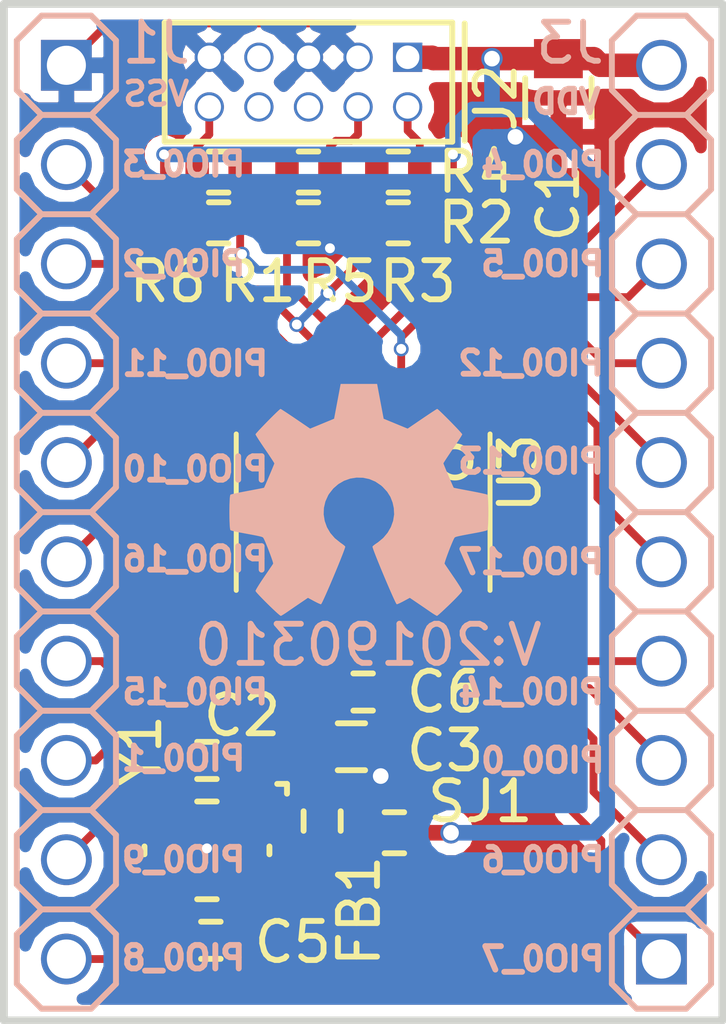
<source format=kicad_pcb>
(kicad_pcb (version 20171130) (host pcbnew 5.0.2-bee76a0~70~ubuntu18.04.1)

  (general
    (thickness 1.6)
    (drawings 4)
    (tracks 214)
    (zones 0)
    (modules 20)
    (nets 26)
  )

  (page A4)
  (layers
    (0 F.Cu signal)
    (31 B.Cu signal)
    (32 B.Adhes user)
    (33 F.Adhes user)
    (34 B.Paste user)
    (35 F.Paste user)
    (36 B.SilkS user)
    (37 F.SilkS user)
    (38 B.Mask user)
    (39 F.Mask user)
    (40 Dwgs.User user)
    (41 Cmts.User user)
    (42 Eco1.User user)
    (43 Eco2.User user)
    (44 Edge.Cuts user)
    (45 Margin user)
    (46 B.CrtYd user)
    (47 F.CrtYd user)
    (48 B.Fab user)
    (49 F.Fab user)
  )

  (setup
    (last_trace_width 0.2)
    (user_trace_width 0.1524)
    (user_trace_width 0.2)
    (user_trace_width 0.3)
    (user_trace_width 0.4)
    (user_trace_width 0.6)
    (user_trace_width 1)
    (user_trace_width 1.5)
    (user_trace_width 2)
    (trace_clearance 0.1524)
    (zone_clearance 0.3)
    (zone_45_only no)
    (trace_min 0.1524)
    (segment_width 0.2)
    (edge_width 0.15)
    (via_size 0.381)
    (via_drill 0.254)
    (via_min_size 0.381)
    (via_min_drill 0.254)
    (user_via 0.381 0.254)
    (user_via 0.55 0.4)
    (user_via 0.75 0.6)
    (user_via 0.95 0.8)
    (user_via 1.3 1)
    (user_via 1.5 1.2)
    (user_via 1.7 1.4)
    (user_via 1.9 1.6)
    (uvia_size 0.381)
    (uvia_drill 0.254)
    (uvias_allowed no)
    (uvia_min_size 0.381)
    (uvia_min_drill 0.254)
    (pcb_text_width 0.3)
    (pcb_text_size 1.5 1.5)
    (mod_edge_width 0.15)
    (mod_text_size 1 1)
    (mod_text_width 0.15)
    (pad_size 1.524 1.524)
    (pad_drill 0.762)
    (pad_to_mask_clearance 0.1)
    (solder_mask_min_width 0.25)
    (aux_axis_origin 0 0)
    (visible_elements FFFFFF7F)
    (pcbplotparams
      (layerselection 0x010f0_ffffffff)
      (usegerberextensions true)
      (usegerberattributes false)
      (usegerberadvancedattributes false)
      (creategerberjobfile false)
      (excludeedgelayer true)
      (linewidth 0.100000)
      (plotframeref false)
      (viasonmask false)
      (mode 1)
      (useauxorigin false)
      (hpglpennumber 1)
      (hpglpenspeed 20)
      (hpglpendiameter 15.000000)
      (psnegative false)
      (psa4output false)
      (plotreference true)
      (plotvalue true)
      (plotinvisibletext false)
      (padsonsilk false)
      (subtractmaskfromsilk false)
      (outputformat 1)
      (mirror false)
      (drillshape 0)
      (scaleselection 1)
      (outputdirectory "LPC82X_JDH20_plots"))
  )

  (net 0 "")
  (net 1 VSS)
  (net 2 VDD)
  (net 3 /PIO0_9)
  (net 4 "Net-(C3-Pad1)")
  (net 5 /PIO0_8)
  (net 6 "Net-(FB1-Pad2)")
  (net 7 /PIO0_4)
  (net 8 /PIO0_3)
  (net 9 /PIO0_2)
  (net 10 /PIO0_11)
  (net 11 /PIO0_10)
  (net 12 /PIO0_15)
  (net 13 /PIO0_1)
  (net 14 "Net-(J2-Pad2)")
  (net 15 "Net-(J2-Pad4)")
  (net 16 "Net-(J2-Pad10)")
  (net 17 /RESET)
  (net 18 /PIO0_12)
  (net 19 /PIO0_13)
  (net 20 /PIO0_17)
  (net 21 /PIO0_14)
  (net 22 /PIO0_0)
  (net 23 /PIO0_16)
  (net 24 /PIO0_7)
  (net 25 /PIO0_6)

  (net_class Default "This is the default net class."
    (clearance 0.1524)
    (trace_width 0.1524)
    (via_dia 0.381)
    (via_drill 0.254)
    (uvia_dia 0.381)
    (uvia_drill 0.254)
    (add_net /PIO0_0)
    (add_net /PIO0_1)
    (add_net /PIO0_10)
    (add_net /PIO0_11)
    (add_net /PIO0_12)
    (add_net /PIO0_13)
    (add_net /PIO0_14)
    (add_net /PIO0_15)
    (add_net /PIO0_16)
    (add_net /PIO0_17)
    (add_net /PIO0_2)
    (add_net /PIO0_3)
    (add_net /PIO0_4)
    (add_net /PIO0_6)
    (add_net /PIO0_7)
    (add_net /PIO0_8)
    (add_net /PIO0_9)
    (add_net /RESET)
    (add_net "Net-(C3-Pad1)")
    (add_net "Net-(FB1-Pad2)")
    (add_net "Net-(J2-Pad10)")
    (add_net "Net-(J2-Pad2)")
    (add_net "Net-(J2-Pad4)")
    (add_net VDD)
    (add_net VSS)
  )

  (module SquantorSpecial:solder_jumper_2way_conn (layer F.Cu) (tedit 5BE55CFE) (tstamp 5C9254B8)
    (at 135.4 109.8 180)
    (descr "Resistor SMD 0402, reflow soldering, Vishay (see dcrcw.pdf)")
    (tags "resistor 0402")
    (path /5BDC2411)
    (attr smd)
    (fp_text reference SJ1 (at -2.2 0.8) (layer F.SilkS)
      (effects (font (size 1 1) (thickness 0.15)))
    )
    (fp_text value SolderJumper_2way_1conn (at 0 1.8 180) (layer F.Fab) hide
      (effects (font (size 1 1) (thickness 0.15)))
    )
    (fp_line (start -0.5 0.25) (end -0.5 -0.25) (layer F.Fab) (width 0.1))
    (fp_line (start 0.5 0.25) (end -0.5 0.25) (layer F.Fab) (width 0.1))
    (fp_line (start 0.5 -0.25) (end 0.5 0.25) (layer F.Fab) (width 0.1))
    (fp_line (start -0.5 -0.25) (end 0.5 -0.25) (layer F.Fab) (width 0.1))
    (fp_line (start -0.95 -0.65) (end 0.95 -0.65) (layer F.CrtYd) (width 0.05))
    (fp_line (start -0.95 0.65) (end 0.95 0.65) (layer F.CrtYd) (width 0.05))
    (fp_line (start -0.95 -0.65) (end -0.95 0.65) (layer F.CrtYd) (width 0.05))
    (fp_line (start 0.95 -0.65) (end 0.95 0.65) (layer F.CrtYd) (width 0.05))
    (fp_line (start 0.25 -0.525) (end -0.25 -0.525) (layer F.SilkS) (width 0.15))
    (fp_line (start -0.25 0.525) (end 0.25 0.525) (layer F.SilkS) (width 0.15))
    (fp_line (start -0.3 0) (end 0.3 0) (layer F.Cu) (width 0.2))
    (pad 1 smd rect (at -0.45 0 180) (size 0.4 0.6) (layers F.Cu F.Paste F.Mask)
      (net 2 VDD))
    (pad 2 smd rect (at 0.45 0 180) (size 0.4 0.6) (layers F.Cu F.Paste F.Mask)
      (net 6 "Net-(FB1-Pad2)"))
    (model Resistors_SMD.3dshapes/R_0402.wrl
      (at (xyz 0 0 0))
      (scale (xyz 1 1 1))
      (rotate (xyz 0 0 0))
    )
  )

  (module SquantorRcl:R_0402_hand (layer F.Cu) (tedit 5921FEA0) (tstamp 5BE6B664)
    (at 135.5 94.2 180)
    (descr "Resistor SMD 0402, reflow soldering, Vishay (see dcrcw.pdf)")
    (tags "resistor 0402")
    (path /5BECCC51)
    (attr smd)
    (fp_text reference R2 (at -2 0 180) (layer F.SilkS)
      (effects (font (size 1 1) (thickness 0.15)))
    )
    (fp_text value 100k (at -2.9 0 180) (layer F.Fab)
      (effects (font (size 1 1) (thickness 0.15)))
    )
    (fp_line (start -0.5 0.25) (end -0.5 -0.25) (layer F.Fab) (width 0.1))
    (fp_line (start 0.5 0.25) (end -0.5 0.25) (layer F.Fab) (width 0.1))
    (fp_line (start 0.5 -0.25) (end 0.5 0.25) (layer F.Fab) (width 0.1))
    (fp_line (start -0.5 -0.25) (end 0.5 -0.25) (layer F.Fab) (width 0.1))
    (fp_line (start -1.15 -0.65) (end 1.15 -0.65) (layer F.CrtYd) (width 0.05))
    (fp_line (start -1.15 0.65) (end 1.15 0.65) (layer F.CrtYd) (width 0.05))
    (fp_line (start -1.15 -0.65) (end -1.15 0.65) (layer F.CrtYd) (width 0.05))
    (fp_line (start 1.15 -0.65) (end 1.15 0.65) (layer F.CrtYd) (width 0.05))
    (fp_line (start 0.25 -0.525) (end -0.25 -0.525) (layer F.SilkS) (width 0.15))
    (fp_line (start -0.25 0.525) (end 0.25 0.525) (layer F.SilkS) (width 0.15))
    (pad 1 smd rect (at -0.55 0 180) (size 0.6 0.6) (layers F.Cu F.Paste F.Mask)
      (net 2 VDD))
    (pad 2 smd rect (at 0.55 0 180) (size 0.6 0.6) (layers F.Cu F.Paste F.Mask)
      (net 9 /PIO0_2))
    (model Resistors_SMD.3dshapes/R_0402.wrl
      (at (xyz 0 0 0))
      (scale (xyz 1 1 1))
      (rotate (xyz 0 0 0))
    )
  )

  (module SquantorCrystal:Crystal_3225_4 (layer F.Cu) (tedit 5BF6F546) (tstamp 5BFAE490)
    (at 130.6 110.25 180)
    (path /5BE1D5EF)
    (attr smd)
    (fp_text reference Y1 (at 1.7 2.55 270) (layer F.SilkS)
      (effects (font (size 1 1) (thickness 0.15)))
    )
    (fp_text value 12MHz (at 1.7 2.65 90) (layer F.Fab)
      (effects (font (size 1 1) (thickness 0.15)))
    )
    (fp_line (start -2.05 1.45) (end -2.05 1.7) (layer F.SilkS) (width 0.15))
    (fp_line (start -2.05 1.7) (end -1.8 1.7) (layer F.SilkS) (width 0.15))
    (fp_line (start -2.05 1.7) (end -2.05 -1.7) (layer F.CrtYd) (width 0.05))
    (fp_line (start 2.05 1.7) (end -2.05 1.7) (layer F.CrtYd) (width 0.05))
    (fp_line (start 2.05 -1.7) (end 2.05 1.7) (layer F.CrtYd) (width 0.05))
    (fp_line (start -2.05 -1.7) (end 2.05 -1.7) (layer F.CrtYd) (width 0.05))
    (fp_line (start -1.6 1.25) (end -1.6 -1.25) (layer F.Fab) (width 0.15))
    (fp_line (start 1.6 1.25) (end -1.6 1.25) (layer F.Fab) (width 0.15))
    (fp_line (start 1.6 -1.25) (end 1.6 1.25) (layer F.Fab) (width 0.15))
    (fp_line (start -1.6 -1.25) (end 1.6 -1.25) (layer F.Fab) (width 0.15))
    (fp_line (start -0.25 1.25) (end 0.25 1.25) (layer F.SilkS) (width 0.15))
    (fp_line (start 1.6 0.1) (end 1.6 -0.1) (layer F.SilkS) (width 0.15))
    (fp_line (start -0.25 -1.25) (end 0.25 -1.25) (layer F.SilkS) (width 0.15))
    (fp_line (start -1.6 -0.1) (end -1.6 0.1) (layer F.SilkS) (width 0.15))
    (pad 1 smd rect (at -1.1 0.85 180) (size 1.4 1.2) (layers F.Cu F.Paste F.Mask)
      (net 3 /PIO0_9))
    (pad 2 smd rect (at 1.1 0.85 180) (size 1.4 1.2) (layers F.Cu F.Paste F.Mask)
      (net 1 VSS))
    (pad 3 smd rect (at 1.1 -0.85 180) (size 1.4 1.2) (layers F.Cu F.Paste F.Mask)
      (net 5 /PIO0_8))
    (pad 4 smd rect (at -1.1 -0.85 180) (size 1.4 1.2) (layers F.Cu F.Paste F.Mask)
      (net 1 VSS))
  )

  (module Symbols:OSHW-Symbol_6.7x6mm_SilkScreen (layer B.Cu) (tedit 0) (tstamp 5A135134)
    (at 134.5 101.3 180)
    (descr "Open Source Hardware Symbol")
    (tags "Logo Symbol OSHW")
    (path /5BDF5DC8)
    (attr virtual)
    (fp_text reference N1 (at 0 0 180) (layer B.SilkS) hide
      (effects (font (size 1 1) (thickness 0.15)) (justify mirror))
    )
    (fp_text value OHWLOGO (at 0.75 0 180) (layer B.Fab) hide
      (effects (font (size 1 1) (thickness 0.15)) (justify mirror))
    )
    (fp_poly (pts (xy 0.555814 2.531069) (xy 0.639635 2.086445) (xy 0.94892 1.958947) (xy 1.258206 1.831449)
      (xy 1.629246 2.083754) (xy 1.733157 2.154004) (xy 1.827087 2.216728) (xy 1.906652 2.269062)
      (xy 1.96747 2.308143) (xy 2.005157 2.331107) (xy 2.015421 2.336058) (xy 2.03391 2.323324)
      (xy 2.07342 2.288118) (xy 2.129522 2.234938) (xy 2.197787 2.168282) (xy 2.273786 2.092646)
      (xy 2.353092 2.012528) (xy 2.431275 1.932426) (xy 2.503907 1.856836) (xy 2.566559 1.790255)
      (xy 2.614803 1.737182) (xy 2.64421 1.702113) (xy 2.651241 1.690377) (xy 2.641123 1.66874)
      (xy 2.612759 1.621338) (xy 2.569129 1.552807) (xy 2.513218 1.467785) (xy 2.448006 1.370907)
      (xy 2.410219 1.31565) (xy 2.341343 1.214752) (xy 2.28014 1.123701) (xy 2.229578 1.04703)
      (xy 2.192628 0.989272) (xy 2.172258 0.954957) (xy 2.169197 0.947746) (xy 2.176136 0.927252)
      (xy 2.195051 0.879487) (xy 2.223087 0.811168) (xy 2.257391 0.729011) (xy 2.295109 0.63973)
      (xy 2.333387 0.550042) (xy 2.36937 0.466662) (xy 2.400206 0.396306) (xy 2.423039 0.34569)
      (xy 2.435017 0.321529) (xy 2.435724 0.320578) (xy 2.454531 0.315964) (xy 2.504618 0.305672)
      (xy 2.580793 0.290713) (xy 2.677865 0.272099) (xy 2.790643 0.250841) (xy 2.856442 0.238582)
      (xy 2.97695 0.215638) (xy 3.085797 0.193805) (xy 3.177476 0.174278) (xy 3.246481 0.158252)
      (xy 3.287304 0.146921) (xy 3.295511 0.143326) (xy 3.303548 0.118994) (xy 3.310033 0.064041)
      (xy 3.31497 -0.015108) (xy 3.318364 -0.112026) (xy 3.320218 -0.220287) (xy 3.320538 -0.333465)
      (xy 3.319327 -0.445135) (xy 3.31659 -0.548868) (xy 3.312331 -0.638241) (xy 3.306555 -0.706826)
      (xy 3.299267 -0.748197) (xy 3.294895 -0.75681) (xy 3.268764 -0.767133) (xy 3.213393 -0.781892)
      (xy 3.136107 -0.799352) (xy 3.04423 -0.81778) (xy 3.012158 -0.823741) (xy 2.857524 -0.852066)
      (xy 2.735375 -0.874876) (xy 2.641673 -0.89308) (xy 2.572384 -0.907583) (xy 2.523471 -0.919292)
      (xy 2.490897 -0.929115) (xy 2.470628 -0.937956) (xy 2.458626 -0.946724) (xy 2.456947 -0.948457)
      (xy 2.440184 -0.976371) (xy 2.414614 -1.030695) (xy 2.382788 -1.104777) (xy 2.34726 -1.191965)
      (xy 2.310583 -1.285608) (xy 2.275311 -1.379052) (xy 2.243996 -1.465647) (xy 2.219193 -1.53874)
      (xy 2.203454 -1.591678) (xy 2.199332 -1.617811) (xy 2.199676 -1.618726) (xy 2.213641 -1.640086)
      (xy 2.245322 -1.687084) (xy 2.291391 -1.754827) (xy 2.348518 -1.838423) (xy 2.413373 -1.932982)
      (xy 2.431843 -1.959854) (xy 2.497699 -2.057275) (xy 2.55565 -2.146163) (xy 2.602538 -2.221412)
      (xy 2.635207 -2.27792) (xy 2.6505 -2.310581) (xy 2.651241 -2.314593) (xy 2.638392 -2.335684)
      (xy 2.602888 -2.377464) (xy 2.549293 -2.435445) (xy 2.482171 -2.505135) (xy 2.406087 -2.582045)
      (xy 2.325604 -2.661683) (xy 2.245287 -2.739561) (xy 2.169699 -2.811186) (xy 2.103405 -2.87207)
      (xy 2.050969 -2.917721) (xy 2.016955 -2.94365) (xy 2.007545 -2.947883) (xy 1.985643 -2.937912)
      (xy 1.9408 -2.91102) (xy 1.880321 -2.871736) (xy 1.833789 -2.840117) (xy 1.749475 -2.782098)
      (xy 1.649626 -2.713784) (xy 1.549473 -2.645579) (xy 1.495627 -2.609075) (xy 1.313371 -2.4858)
      (xy 1.160381 -2.56852) (xy 1.090682 -2.604759) (xy 1.031414 -2.632926) (xy 0.991311 -2.648991)
      (xy 0.981103 -2.651226) (xy 0.968829 -2.634722) (xy 0.944613 -2.588082) (xy 0.910263 -2.515609)
      (xy 0.867588 -2.421606) (xy 0.818394 -2.310374) (xy 0.76449 -2.186215) (xy 0.707684 -2.053432)
      (xy 0.649782 -1.916327) (xy 0.592593 -1.779202) (xy 0.537924 -1.646358) (xy 0.487584 -1.522098)
      (xy 0.44338 -1.410725) (xy 0.407119 -1.316539) (xy 0.380609 -1.243844) (xy 0.365658 -1.196941)
      (xy 0.363254 -1.180833) (xy 0.382311 -1.160286) (xy 0.424036 -1.126933) (xy 0.479706 -1.087702)
      (xy 0.484378 -1.084599) (xy 0.628264 -0.969423) (xy 0.744283 -0.835053) (xy 0.83143 -0.685784)
      (xy 0.888699 -0.525913) (xy 0.915086 -0.359737) (xy 0.909585 -0.191552) (xy 0.87119 -0.025655)
      (xy 0.798895 0.133658) (xy 0.777626 0.168513) (xy 0.666996 0.309263) (xy 0.536302 0.422286)
      (xy 0.390064 0.506997) (xy 0.232808 0.562806) (xy 0.069057 0.589126) (xy -0.096667 0.58537)
      (xy -0.259838 0.55095) (xy -0.415935 0.485277) (xy -0.560433 0.387765) (xy -0.605131 0.348187)
      (xy -0.718888 0.224297) (xy -0.801782 0.093876) (xy -0.858644 -0.052315) (xy -0.890313 -0.197088)
      (xy -0.898131 -0.35986) (xy -0.872062 -0.52344) (xy -0.814755 -0.682298) (xy -0.728856 -0.830906)
      (xy -0.617014 -0.963735) (xy -0.481877 -1.075256) (xy -0.464117 -1.087011) (xy -0.40785 -1.125508)
      (xy -0.365077 -1.158863) (xy -0.344628 -1.18016) (xy -0.344331 -1.180833) (xy -0.348721 -1.203871)
      (xy -0.366124 -1.256157) (xy -0.394732 -1.33339) (xy -0.432735 -1.431268) (xy -0.478326 -1.545491)
      (xy -0.529697 -1.671758) (xy -0.585038 -1.805767) (xy -0.642542 -1.943218) (xy -0.700399 -2.079808)
      (xy -0.756802 -2.211237) (xy -0.809942 -2.333205) (xy -0.85801 -2.441409) (xy -0.899199 -2.531549)
      (xy -0.931699 -2.599323) (xy -0.953703 -2.64043) (xy -0.962564 -2.651226) (xy -0.98964 -2.642819)
      (xy -1.040303 -2.620272) (xy -1.105817 -2.587613) (xy -1.141841 -2.56852) (xy -1.294832 -2.4858)
      (xy -1.477088 -2.609075) (xy -1.570125 -2.672228) (xy -1.671985 -2.741727) (xy -1.767438 -2.807165)
      (xy -1.81525 -2.840117) (xy -1.882495 -2.885273) (xy -1.939436 -2.921057) (xy -1.978646 -2.942938)
      (xy -1.991381 -2.947563) (xy -2.009917 -2.935085) (xy -2.050941 -2.900252) (xy -2.110475 -2.846678)
      (xy -2.184542 -2.777983) (xy -2.269165 -2.697781) (xy -2.322685 -2.646286) (xy -2.416319 -2.554286)
      (xy -2.497241 -2.471999) (xy -2.562177 -2.402945) (xy -2.607858 -2.350644) (xy -2.631011 -2.318616)
      (xy -2.633232 -2.312116) (xy -2.622924 -2.287394) (xy -2.594439 -2.237405) (xy -2.550937 -2.167212)
      (xy -2.495577 -2.081875) (xy -2.43152 -1.986456) (xy -2.413303 -1.959854) (xy -2.346927 -1.863167)
      (xy -2.287378 -1.776117) (xy -2.237984 -1.703595) (xy -2.202075 -1.650493) (xy -2.182981 -1.621703)
      (xy -2.181136 -1.618726) (xy -2.183895 -1.595782) (xy -2.198538 -1.545336) (xy -2.222513 -1.474041)
      (xy -2.253266 -1.388547) (xy -2.288244 -1.295507) (xy -2.324893 -1.201574) (xy -2.360661 -1.113399)
      (xy -2.392994 -1.037634) (xy -2.419338 -0.980931) (xy -2.437142 -0.949943) (xy -2.438407 -0.948457)
      (xy -2.449294 -0.939601) (xy -2.467682 -0.930843) (xy -2.497606 -0.921277) (xy -2.543103 -0.909996)
      (xy -2.608209 -0.896093) (xy -2.696961 -0.878663) (xy -2.813393 -0.856798) (xy -2.961542 -0.829591)
      (xy -2.993618 -0.823741) (xy -3.088686 -0.805374) (xy -3.171565 -0.787405) (xy -3.23493 -0.771569)
      (xy -3.271458 -0.7596) (xy -3.276356 -0.75681) (xy -3.284427 -0.732072) (xy -3.290987 -0.67679)
      (xy -3.296033 -0.597389) (xy -3.299559 -0.500296) (xy -3.301561 -0.391938) (xy -3.302036 -0.27874)
      (xy -3.300977 -0.167128) (xy -3.298382 -0.063529) (xy -3.294246 0.025632) (xy -3.288563 0.093928)
      (xy -3.281331 0.134934) (xy -3.276971 0.143326) (xy -3.252698 0.151792) (xy -3.197426 0.165565)
      (xy -3.116662 0.18345) (xy -3.015912 0.204252) (xy -2.900683 0.226777) (xy -2.837902 0.238582)
      (xy -2.718787 0.260849) (xy -2.612565 0.281021) (xy -2.524427 0.298085) (xy -2.459566 0.311031)
      (xy -2.423174 0.318845) (xy -2.417184 0.320578) (xy -2.407061 0.34011) (xy -2.385662 0.387157)
      (xy -2.355839 0.454997) (xy -2.320445 0.536909) (xy -2.282332 0.626172) (xy -2.244353 0.716065)
      (xy -2.20936 0.799865) (xy -2.180206 0.870853) (xy -2.159743 0.922306) (xy -2.150823 0.947503)
      (xy -2.150657 0.948604) (xy -2.160769 0.968481) (xy -2.189117 1.014223) (xy -2.232723 1.081283)
      (xy -2.288606 1.165116) (xy -2.353787 1.261174) (xy -2.391679 1.31635) (xy -2.460725 1.417519)
      (xy -2.52205 1.50937) (xy -2.572663 1.587256) (xy -2.609571 1.646531) (xy -2.629782 1.682549)
      (xy -2.632701 1.690623) (xy -2.620153 1.709416) (xy -2.585463 1.749543) (xy -2.533063 1.806507)
      (xy -2.467384 1.875815) (xy -2.392856 1.952969) (xy -2.313913 2.033475) (xy -2.234983 2.112837)
      (xy -2.1605 2.18656) (xy -2.094894 2.250148) (xy -2.042596 2.299106) (xy -2.008039 2.328939)
      (xy -1.996478 2.336058) (xy -1.977654 2.326047) (xy -1.932631 2.297922) (xy -1.865787 2.254546)
      (xy -1.781499 2.198782) (xy -1.684144 2.133494) (xy -1.610707 2.083754) (xy -1.239667 1.831449)
      (xy -0.621095 2.086445) (xy -0.537275 2.531069) (xy -0.453454 2.975693) (xy 0.471994 2.975693)
      (xy 0.555814 2.531069)) (layer B.SilkS) (width 0.01))
  )

  (module SquantorLabels:Label_version (layer B.Cu) (tedit 5B5A1E49) (tstamp 5B96DD88)
    (at 134.5 104.9)
    (path /5BDF5DC7)
    (fp_text reference N2 (at 0 -1.4) (layer B.Fab) hide
      (effects (font (size 1 1) (thickness 0.15)) (justify mirror))
    )
    (fp_text value 20190310 (at -0.4 0.1) (layer B.SilkS)
      (effects (font (size 1 1) (thickness 0.15)) (justify mirror))
    )
    (fp_text user V: (at 4 0.1) (layer B.SilkS)
      (effects (font (size 1 1) (thickness 0.15)) (justify mirror))
    )
  )

  (module SquantorRcl:C_0805 (layer F.Cu) (tedit 5415D6EA) (tstamp 5BFAE299)
    (at 139.6 91 90)
    (descr "Capacitor SMD 0805, reflow soldering, AVX (see smccp.pdf)")
    (tags "capacitor 0805")
    (path /5BD6A440)
    (attr smd)
    (fp_text reference C1 (at -2.7 0 90) (layer F.SilkS)
      (effects (font (size 1 1) (thickness 0.15)))
    )
    (fp_text value 10u (at -2.7 0 90) (layer F.Fab)
      (effects (font (size 1 1) (thickness 0.15)))
    )
    (fp_line (start -1 0.625) (end -1 -0.625) (layer F.Fab) (width 0.15))
    (fp_line (start 1 0.625) (end -1 0.625) (layer F.Fab) (width 0.15))
    (fp_line (start 1 -0.625) (end 1 0.625) (layer F.Fab) (width 0.15))
    (fp_line (start -1 -0.625) (end 1 -0.625) (layer F.Fab) (width 0.15))
    (fp_line (start -1.8 -1) (end 1.8 -1) (layer F.CrtYd) (width 0.05))
    (fp_line (start -1.8 1) (end 1.8 1) (layer F.CrtYd) (width 0.05))
    (fp_line (start -1.8 -1) (end -1.8 1) (layer F.CrtYd) (width 0.05))
    (fp_line (start 1.8 -1) (end 1.8 1) (layer F.CrtYd) (width 0.05))
    (fp_line (start 0.5 -0.85) (end -0.5 -0.85) (layer F.SilkS) (width 0.15))
    (fp_line (start -0.5 0.85) (end 0.5 0.85) (layer F.SilkS) (width 0.15))
    (pad 1 smd rect (at -1 0 90) (size 1 1.25) (layers F.Cu F.Paste F.Mask)
      (net 1 VSS))
    (pad 2 smd rect (at 1 0 90) (size 1 1.25) (layers F.Cu F.Paste F.Mask)
      (net 2 VDD))
    (model Capacitors_SMD.3dshapes/C_0805.wrl
      (at (xyz 0 0 0))
      (scale (xyz 1 1 1))
      (rotate (xyz 0 0 0))
    )
  )

  (module SquantorRcl:C_0402 (layer F.Cu) (tedit 58D18F8A) (tstamp 5BFAE2A9)
    (at 130.6 107.95 180)
    (descr "Capacitor SMD 0402, reflow soldering, AVX (see smccp.pdf)")
    (tags "capacitor 0402")
    (path /5BE10822)
    (attr smd)
    (fp_text reference C2 (at -0.9 1.15) (layer F.SilkS)
      (effects (font (size 1 1) (thickness 0.15)))
    )
    (fp_text value 18p (at -1 1.15 180) (layer F.Fab)
      (effects (font (size 1 1) (thickness 0.15)))
    )
    (fp_line (start -0.25 0.475) (end 0.25 0.475) (layer F.SilkS) (width 0.15))
    (fp_line (start 0.25 -0.475) (end -0.25 -0.475) (layer F.SilkS) (width 0.15))
    (fp_line (start 1.15 -0.6) (end 1.15 0.6) (layer F.CrtYd) (width 0.05))
    (fp_line (start -1.15 -0.6) (end -1.15 0.6) (layer F.CrtYd) (width 0.05))
    (fp_line (start -1.15 0.6) (end 1.15 0.6) (layer F.CrtYd) (width 0.05))
    (fp_line (start -1.15 -0.6) (end 1.15 -0.6) (layer F.CrtYd) (width 0.05))
    (fp_line (start -0.5 -0.25) (end 0.5 -0.25) (layer F.Fab) (width 0.15))
    (fp_line (start 0.5 -0.25) (end 0.5 0.25) (layer F.Fab) (width 0.15))
    (fp_line (start 0.5 0.25) (end -0.5 0.25) (layer F.Fab) (width 0.15))
    (fp_line (start -0.5 0.25) (end -0.5 -0.25) (layer F.Fab) (width 0.15))
    (pad 2 smd rect (at 0.55 0 180) (size 0.6 0.5) (layers F.Cu F.Paste F.Mask)
      (net 1 VSS) (solder_mask_margin 0.1))
    (pad 1 smd rect (at -0.55 0 180) (size 0.6 0.5) (layers F.Cu F.Paste F.Mask)
      (net 3 /PIO0_9) (solder_mask_margin 0.1))
    (model Capacitors_SMD.3dshapes/C_0402.wrl
      (at (xyz 0 0 0))
      (scale (xyz 1 1 1))
      (rotate (xyz 0 0 0))
    )
  )

  (module SquantorRcl:C_0603 (layer F.Cu) (tedit 5415D631) (tstamp 5C92544E)
    (at 134.3 107.6)
    (descr "Capacitor SMD 0603, reflow soldering, AVX (see smccp.pdf)")
    (tags "capacitor 0603")
    (path /5BD2CE41)
    (attr smd)
    (fp_text reference C3 (at 2.4 0.1) (layer F.SilkS)
      (effects (font (size 1 1) (thickness 0.15)))
    )
    (fp_text value 1u (at 2.4 0.1 180) (layer F.Fab)
      (effects (font (size 1 1) (thickness 0.15)))
    )
    (fp_line (start -0.8 0.4) (end -0.8 -0.4) (layer F.Fab) (width 0.15))
    (fp_line (start 0.8 0.4) (end -0.8 0.4) (layer F.Fab) (width 0.15))
    (fp_line (start 0.8 -0.4) (end 0.8 0.4) (layer F.Fab) (width 0.15))
    (fp_line (start -0.8 -0.4) (end 0.8 -0.4) (layer F.Fab) (width 0.15))
    (fp_line (start -1.45 -0.75) (end 1.45 -0.75) (layer F.CrtYd) (width 0.05))
    (fp_line (start -1.45 0.75) (end 1.45 0.75) (layer F.CrtYd) (width 0.05))
    (fp_line (start -1.45 -0.75) (end -1.45 0.75) (layer F.CrtYd) (width 0.05))
    (fp_line (start 1.45 -0.75) (end 1.45 0.75) (layer F.CrtYd) (width 0.05))
    (fp_line (start -0.35 -0.6) (end 0.35 -0.6) (layer F.SilkS) (width 0.15))
    (fp_line (start 0.35 0.6) (end -0.35 0.6) (layer F.SilkS) (width 0.15))
    (pad 1 smd rect (at -0.75 0) (size 0.8 0.75) (layers F.Cu F.Paste F.Mask)
      (net 4 "Net-(C3-Pad1)"))
    (pad 2 smd rect (at 0.75 0) (size 0.8 0.75) (layers F.Cu F.Paste F.Mask)
      (net 1 VSS))
    (model Capacitors_SMD.3dshapes/C_0603.wrl
      (at (xyz 0 0 0))
      (scale (xyz 1 1 1))
      (rotate (xyz 0 0 0))
    )
  )

  (module SquantorRcl:C_0402 (layer F.Cu) (tedit 58D18F8A) (tstamp 5BFAE2D9)
    (at 130.7 112.55)
    (descr "Capacitor SMD 0402, reflow soldering, AVX (see smccp.pdf)")
    (tags "capacitor 0402")
    (path /5BE10538)
    (attr smd)
    (fp_text reference C5 (at 2.1 0.05) (layer F.SilkS)
      (effects (font (size 1 1) (thickness 0.15)))
    )
    (fp_text value 18p (at 2.2 0.05) (layer F.Fab)
      (effects (font (size 1 1) (thickness 0.15)))
    )
    (fp_line (start -0.5 0.25) (end -0.5 -0.25) (layer F.Fab) (width 0.15))
    (fp_line (start 0.5 0.25) (end -0.5 0.25) (layer F.Fab) (width 0.15))
    (fp_line (start 0.5 -0.25) (end 0.5 0.25) (layer F.Fab) (width 0.15))
    (fp_line (start -0.5 -0.25) (end 0.5 -0.25) (layer F.Fab) (width 0.15))
    (fp_line (start -1.15 -0.6) (end 1.15 -0.6) (layer F.CrtYd) (width 0.05))
    (fp_line (start -1.15 0.6) (end 1.15 0.6) (layer F.CrtYd) (width 0.05))
    (fp_line (start -1.15 -0.6) (end -1.15 0.6) (layer F.CrtYd) (width 0.05))
    (fp_line (start 1.15 -0.6) (end 1.15 0.6) (layer F.CrtYd) (width 0.05))
    (fp_line (start 0.25 -0.475) (end -0.25 -0.475) (layer F.SilkS) (width 0.15))
    (fp_line (start -0.25 0.475) (end 0.25 0.475) (layer F.SilkS) (width 0.15))
    (pad 1 smd rect (at -0.55 0) (size 0.6 0.5) (layers F.Cu F.Paste F.Mask)
      (net 5 /PIO0_8) (solder_mask_margin 0.1))
    (pad 2 smd rect (at 0.55 0) (size 0.6 0.5) (layers F.Cu F.Paste F.Mask)
      (net 1 VSS) (solder_mask_margin 0.1))
    (model Capacitors_SMD.3dshapes/C_0402.wrl
      (at (xyz 0 0 0))
      (scale (xyz 1 1 1))
      (rotate (xyz 0 0 0))
    )
  )

  (module SquantorRcl:C_0402 (layer F.Cu) (tedit 58D18F8A) (tstamp 5C92547B)
    (at 134.6 106.2)
    (descr "Capacitor SMD 0402, reflow soldering, AVX (see smccp.pdf)")
    (tags "capacitor 0402")
    (path /5BD2CE0D)
    (attr smd)
    (fp_text reference C6 (at 2.1 0) (layer F.SilkS)
      (effects (font (size 1 1) (thickness 0.15)))
    )
    (fp_text value 100n (at 2.9 0) (layer F.Fab)
      (effects (font (size 1 1) (thickness 0.15)))
    )
    (fp_line (start -0.25 0.475) (end 0.25 0.475) (layer F.SilkS) (width 0.15))
    (fp_line (start 0.25 -0.475) (end -0.25 -0.475) (layer F.SilkS) (width 0.15))
    (fp_line (start 1.15 -0.6) (end 1.15 0.6) (layer F.CrtYd) (width 0.05))
    (fp_line (start -1.15 -0.6) (end -1.15 0.6) (layer F.CrtYd) (width 0.05))
    (fp_line (start -1.15 0.6) (end 1.15 0.6) (layer F.CrtYd) (width 0.05))
    (fp_line (start -1.15 -0.6) (end 1.15 -0.6) (layer F.CrtYd) (width 0.05))
    (fp_line (start -0.5 -0.25) (end 0.5 -0.25) (layer F.Fab) (width 0.15))
    (fp_line (start 0.5 -0.25) (end 0.5 0.25) (layer F.Fab) (width 0.15))
    (fp_line (start 0.5 0.25) (end -0.5 0.25) (layer F.Fab) (width 0.15))
    (fp_line (start -0.5 0.25) (end -0.5 -0.25) (layer F.Fab) (width 0.15))
    (pad 2 smd rect (at 0.55 0) (size 0.6 0.5) (layers F.Cu F.Paste F.Mask)
      (net 1 VSS) (solder_mask_margin 0.1))
    (pad 1 smd rect (at -0.55 0) (size 0.6 0.5) (layers F.Cu F.Paste F.Mask)
      (net 4 "Net-(C3-Pad1)") (solder_mask_margin 0.1))
    (model Capacitors_SMD.3dshapes/C_0402.wrl
      (at (xyz 0 0 0))
      (scale (xyz 1 1 1))
      (rotate (xyz 0 0 0))
    )
  )

  (module SquantorRcl:C_0402 (layer F.Cu) (tedit 58D18F8A) (tstamp 5C9254F6)
    (at 133.55 109.5 270)
    (descr "Capacitor SMD 0402, reflow soldering, AVX (see smccp.pdf)")
    (tags "capacitor 0402")
    (path /5BD2CE7B)
    (attr smd)
    (fp_text reference FB1 (at 2.3 -0.95 270) (layer F.SilkS)
      (effects (font (size 1 1) (thickness 0.15)))
    )
    (fp_text value FB (at 2.4 -0.95 270) (layer F.Fab)
      (effects (font (size 1 1) (thickness 0.15)))
    )
    (fp_line (start -0.5 0.25) (end -0.5 -0.25) (layer F.Fab) (width 0.15))
    (fp_line (start 0.5 0.25) (end -0.5 0.25) (layer F.Fab) (width 0.15))
    (fp_line (start 0.5 -0.25) (end 0.5 0.25) (layer F.Fab) (width 0.15))
    (fp_line (start -0.5 -0.25) (end 0.5 -0.25) (layer F.Fab) (width 0.15))
    (fp_line (start -1.15 -0.6) (end 1.15 -0.6) (layer F.CrtYd) (width 0.05))
    (fp_line (start -1.15 0.6) (end 1.15 0.6) (layer F.CrtYd) (width 0.05))
    (fp_line (start -1.15 -0.6) (end -1.15 0.6) (layer F.CrtYd) (width 0.05))
    (fp_line (start 1.15 -0.6) (end 1.15 0.6) (layer F.CrtYd) (width 0.05))
    (fp_line (start 0.25 -0.475) (end -0.25 -0.475) (layer F.SilkS) (width 0.15))
    (fp_line (start -0.25 0.475) (end 0.25 0.475) (layer F.SilkS) (width 0.15))
    (pad 1 smd rect (at -0.55 0 270) (size 0.6 0.5) (layers F.Cu F.Paste F.Mask)
      (net 4 "Net-(C3-Pad1)") (solder_mask_margin 0.1))
    (pad 2 smd rect (at 0.55 0 270) (size 0.6 0.5) (layers F.Cu F.Paste F.Mask)
      (net 6 "Net-(FB1-Pad2)") (solder_mask_margin 0.1))
    (model Capacitors_SMD.3dshapes/C_0402.wrl
      (at (xyz 0 0 0))
      (scale (xyz 1 1 1))
      (rotate (xyz 0 0 0))
    )
  )

  (module SquantorConnectors:Header-0127-2X05-H006 (layer F.Cu) (tedit 5BE55D04) (tstamp 5BFAE389)
    (at 133.2 90.6 180)
    (path /5BD303CB)
    (fp_text reference J2 (at -4.8 -0.4 270) (layer F.SilkS)
      (effects (font (size 1 1) (thickness 0.15)))
    )
    (fp_text value JTAG_2X05 (at 0 2.5 180) (layer F.Fab) hide
      (effects (font (size 1 1) (thickness 0.15)))
    )
    (fp_line (start -4 -1.5) (end -4 1.5) (layer F.SilkS) (width 0.15))
    (fp_line (start -3.683 1.524) (end -3.683 -1.524) (layer F.SilkS) (width 0.15))
    (fp_line (start 3.683 1.524) (end -3.683 1.524) (layer F.SilkS) (width 0.15))
    (fp_line (start 3.683 -1.524) (end 3.683 1.524) (layer F.SilkS) (width 0.15))
    (fp_line (start -3.683 -1.524) (end 3.683 -1.524) (layer F.SilkS) (width 0.15))
    (pad 1 thru_hole rect (at -2.54 0.635 180) (size 0.75 0.75) (drill 0.6) (layers *.Cu *.Mask)
      (net 2 VDD))
    (pad 2 thru_hole circle (at -2.54 -0.635 180) (size 0.75 0.75) (drill 0.6) (layers *.Cu *.Mask)
      (net 14 "Net-(J2-Pad2)"))
    (pad 3 thru_hole circle (at -1.27 0.635 180) (size 0.75 0.75) (drill 0.6) (layers *.Cu *.Mask)
      (net 1 VSS))
    (pad 4 thru_hole circle (at -1.27 -0.635 180) (size 0.75 0.75) (drill 0.6) (layers *.Cu *.Mask)
      (net 15 "Net-(J2-Pad4)"))
    (pad 5 thru_hole circle (at 0 0.635 180) (size 0.75 0.75) (drill 0.6) (layers *.Cu *.Mask)
      (net 1 VSS))
    (pad 6 thru_hole circle (at 0 -0.635 180) (size 0.75 0.75) (drill 0.6) (layers *.Cu *.Mask))
    (pad 7 thru_hole circle (at 1.27 0.635 180) (size 0.75 0.75) (drill 0.6) (layers *.Cu *.Mask))
    (pad 8 thru_hole circle (at 1.27 -0.635 180) (size 0.75 0.75) (drill 0.6) (layers *.Cu *.Mask))
    (pad 9 thru_hole circle (at 2.54 0.635 180) (size 0.75 0.75) (drill 0.6) (layers *.Cu *.Mask)
      (net 1 VSS))
    (pad 10 thru_hole circle (at 2.54 -0.635 180) (size 0.75 0.75) (drill 0.6) (layers *.Cu *.Mask)
      (net 16 "Net-(J2-Pad10)"))
  )

  (module SquantorRcl:R_0402_hand (layer F.Cu) (tedit 5921FEA0) (tstamp 5BFAE419)
    (at 130.9 94.2)
    (descr "Resistor SMD 0402, reflow soldering, Vishay (see dcrcw.pdf)")
    (tags "resistor 0402")
    (path /5BD88002)
    (attr smd)
    (fp_text reference R1 (at 1 1.5) (layer F.SilkS)
      (effects (font (size 1 1) (thickness 0.15)))
    )
    (fp_text value 100K (at -0.2 1.5) (layer F.Fab)
      (effects (font (size 1 1) (thickness 0.15)))
    )
    (fp_line (start -0.25 0.525) (end 0.25 0.525) (layer F.SilkS) (width 0.15))
    (fp_line (start 0.25 -0.525) (end -0.25 -0.525) (layer F.SilkS) (width 0.15))
    (fp_line (start 1.15 -0.65) (end 1.15 0.65) (layer F.CrtYd) (width 0.05))
    (fp_line (start -1.15 -0.65) (end -1.15 0.65) (layer F.CrtYd) (width 0.05))
    (fp_line (start -1.15 0.65) (end 1.15 0.65) (layer F.CrtYd) (width 0.05))
    (fp_line (start -1.15 -0.65) (end 1.15 -0.65) (layer F.CrtYd) (width 0.05))
    (fp_line (start -0.5 -0.25) (end 0.5 -0.25) (layer F.Fab) (width 0.1))
    (fp_line (start 0.5 -0.25) (end 0.5 0.25) (layer F.Fab) (width 0.1))
    (fp_line (start 0.5 0.25) (end -0.5 0.25) (layer F.Fab) (width 0.1))
    (fp_line (start -0.5 0.25) (end -0.5 -0.25) (layer F.Fab) (width 0.1))
    (pad 2 smd rect (at 0.55 0) (size 0.6 0.6) (layers F.Cu F.Paste F.Mask)
      (net 17 /RESET))
    (pad 1 smd rect (at -0.55 0) (size 0.6 0.6) (layers F.Cu F.Paste F.Mask)
      (net 2 VDD))
    (model Resistors_SMD.3dshapes/R_0402.wrl
      (at (xyz 0 0 0))
      (scale (xyz 1 1 1))
      (rotate (xyz 0 0 0))
    )
  )

  (module SquantorRcl:R_0402_hand (layer F.Cu) (tedit 5921FEA0) (tstamp 5BFAE439)
    (at 133.2 94.2 180)
    (descr "Resistor SMD 0402, reflow soldering, Vishay (see dcrcw.pdf)")
    (tags "resistor 0402")
    (path /5BECCB56)
    (attr smd)
    (fp_text reference R3 (at -2.8 -1.5 180) (layer F.SilkS)
      (effects (font (size 1 1) (thickness 0.15)))
    )
    (fp_text value 100k (at -2.1 -1.5 180) (layer F.Fab)
      (effects (font (size 1 1) (thickness 0.15)))
    )
    (fp_line (start -0.25 0.525) (end 0.25 0.525) (layer F.SilkS) (width 0.15))
    (fp_line (start 0.25 -0.525) (end -0.25 -0.525) (layer F.SilkS) (width 0.15))
    (fp_line (start 1.15 -0.65) (end 1.15 0.65) (layer F.CrtYd) (width 0.05))
    (fp_line (start -1.15 -0.65) (end -1.15 0.65) (layer F.CrtYd) (width 0.05))
    (fp_line (start -1.15 0.65) (end 1.15 0.65) (layer F.CrtYd) (width 0.05))
    (fp_line (start -1.15 -0.65) (end 1.15 -0.65) (layer F.CrtYd) (width 0.05))
    (fp_line (start -0.5 -0.25) (end 0.5 -0.25) (layer F.Fab) (width 0.1))
    (fp_line (start 0.5 -0.25) (end 0.5 0.25) (layer F.Fab) (width 0.1))
    (fp_line (start 0.5 0.25) (end -0.5 0.25) (layer F.Fab) (width 0.1))
    (fp_line (start -0.5 0.25) (end -0.5 -0.25) (layer F.Fab) (width 0.1))
    (pad 2 smd rect (at 0.55 0 180) (size 0.6 0.6) (layers F.Cu F.Paste F.Mask)
      (net 8 /PIO0_3))
    (pad 1 smd rect (at -0.55 0 180) (size 0.6 0.6) (layers F.Cu F.Paste F.Mask)
      (net 1 VSS))
    (model Resistors_SMD.3dshapes/R_0402.wrl
      (at (xyz 0 0 0))
      (scale (xyz 1 1 1))
      (rotate (xyz 0 0 0))
    )
  )

  (module SquantorRcl:R_0402_hand (layer F.Cu) (tedit 5921FEA0) (tstamp 5BFAE449)
    (at 135.5 92.9 180)
    (descr "Resistor SMD 0402, reflow soldering, Vishay (see dcrcw.pdf)")
    (tags "resistor 0402")
    (path /5BD32184)
    (attr smd)
    (fp_text reference R4 (at -2 0 180) (layer F.SilkS)
      (effects (font (size 1 1) (thickness 0.15)))
    )
    (fp_text value 33 (at -2.2 -0.5 180) (layer F.Fab)
      (effects (font (size 1 1) (thickness 0.15)))
    )
    (fp_line (start -0.25 0.525) (end 0.25 0.525) (layer F.SilkS) (width 0.15))
    (fp_line (start 0.25 -0.525) (end -0.25 -0.525) (layer F.SilkS) (width 0.15))
    (fp_line (start 1.15 -0.65) (end 1.15 0.65) (layer F.CrtYd) (width 0.05))
    (fp_line (start -1.15 -0.65) (end -1.15 0.65) (layer F.CrtYd) (width 0.05))
    (fp_line (start -1.15 0.65) (end 1.15 0.65) (layer F.CrtYd) (width 0.05))
    (fp_line (start -1.15 -0.65) (end 1.15 -0.65) (layer F.CrtYd) (width 0.05))
    (fp_line (start -0.5 -0.25) (end 0.5 -0.25) (layer F.Fab) (width 0.1))
    (fp_line (start 0.5 -0.25) (end 0.5 0.25) (layer F.Fab) (width 0.1))
    (fp_line (start 0.5 0.25) (end -0.5 0.25) (layer F.Fab) (width 0.1))
    (fp_line (start -0.5 0.25) (end -0.5 -0.25) (layer F.Fab) (width 0.1))
    (pad 2 smd rect (at 0.55 0 180) (size 0.6 0.6) (layers F.Cu F.Paste F.Mask)
      (net 9 /PIO0_2))
    (pad 1 smd rect (at -0.55 0 180) (size 0.6 0.6) (layers F.Cu F.Paste F.Mask)
      (net 14 "Net-(J2-Pad2)"))
    (model Resistors_SMD.3dshapes/R_0402.wrl
      (at (xyz 0 0 0))
      (scale (xyz 1 1 1))
      (rotate (xyz 0 0 0))
    )
  )

  (module SquantorRcl:R_0402_hand (layer F.Cu) (tedit 5921FEA0) (tstamp 5C462C56)
    (at 133.2 92.9 180)
    (descr "Resistor SMD 0402, reflow soldering, Vishay (see dcrcw.pdf)")
    (tags "resistor 0402")
    (path /5BD3223D)
    (attr smd)
    (fp_text reference R5 (at -0.8 -2.8 180) (layer F.SilkS)
      (effects (font (size 1 1) (thickness 0.15)))
    )
    (fp_text value 33 (at -0.5 -2.8 180) (layer F.Fab)
      (effects (font (size 1 1) (thickness 0.15)))
    )
    (fp_line (start -0.5 0.25) (end -0.5 -0.25) (layer F.Fab) (width 0.1))
    (fp_line (start 0.5 0.25) (end -0.5 0.25) (layer F.Fab) (width 0.1))
    (fp_line (start 0.5 -0.25) (end 0.5 0.25) (layer F.Fab) (width 0.1))
    (fp_line (start -0.5 -0.25) (end 0.5 -0.25) (layer F.Fab) (width 0.1))
    (fp_line (start -1.15 -0.65) (end 1.15 -0.65) (layer F.CrtYd) (width 0.05))
    (fp_line (start -1.15 0.65) (end 1.15 0.65) (layer F.CrtYd) (width 0.05))
    (fp_line (start -1.15 -0.65) (end -1.15 0.65) (layer F.CrtYd) (width 0.05))
    (fp_line (start 1.15 -0.65) (end 1.15 0.65) (layer F.CrtYd) (width 0.05))
    (fp_line (start 0.25 -0.525) (end -0.25 -0.525) (layer F.SilkS) (width 0.15))
    (fp_line (start -0.25 0.525) (end 0.25 0.525) (layer F.SilkS) (width 0.15))
    (pad 1 smd rect (at -0.55 0 180) (size 0.6 0.6) (layers F.Cu F.Paste F.Mask)
      (net 15 "Net-(J2-Pad4)"))
    (pad 2 smd rect (at 0.55 0 180) (size 0.6 0.6) (layers F.Cu F.Paste F.Mask)
      (net 8 /PIO0_3))
    (model Resistors_SMD.3dshapes/R_0402.wrl
      (at (xyz 0 0 0))
      (scale (xyz 1 1 1))
      (rotate (xyz 0 0 0))
    )
  )

  (module SquantorRcl:R_0402_hand (layer F.Cu) (tedit 5921FEA0) (tstamp 5BFAE469)
    (at 130.9 92.9)
    (descr "Resistor SMD 0402, reflow soldering, Vishay (see dcrcw.pdf)")
    (tags "resistor 0402")
    (path /5BD34D15)
    (attr smd)
    (fp_text reference R6 (at -1.3 2.8 180) (layer F.SilkS)
      (effects (font (size 1 1) (thickness 0.15)))
    )
    (fp_text value 33 (at -1.2 2.8 180) (layer F.Fab)
      (effects (font (size 1 1) (thickness 0.15)))
    )
    (fp_line (start -0.5 0.25) (end -0.5 -0.25) (layer F.Fab) (width 0.1))
    (fp_line (start 0.5 0.25) (end -0.5 0.25) (layer F.Fab) (width 0.1))
    (fp_line (start 0.5 -0.25) (end 0.5 0.25) (layer F.Fab) (width 0.1))
    (fp_line (start -0.5 -0.25) (end 0.5 -0.25) (layer F.Fab) (width 0.1))
    (fp_line (start -1.15 -0.65) (end 1.15 -0.65) (layer F.CrtYd) (width 0.05))
    (fp_line (start -1.15 0.65) (end 1.15 0.65) (layer F.CrtYd) (width 0.05))
    (fp_line (start -1.15 -0.65) (end -1.15 0.65) (layer F.CrtYd) (width 0.05))
    (fp_line (start 1.15 -0.65) (end 1.15 0.65) (layer F.CrtYd) (width 0.05))
    (fp_line (start 0.25 -0.525) (end -0.25 -0.525) (layer F.SilkS) (width 0.15))
    (fp_line (start -0.25 0.525) (end 0.25 0.525) (layer F.SilkS) (width 0.15))
    (pad 1 smd rect (at -0.55 0) (size 0.6 0.6) (layers F.Cu F.Paste F.Mask)
      (net 16 "Net-(J2-Pad10)"))
    (pad 2 smd rect (at 0.55 0) (size 0.6 0.6) (layers F.Cu F.Paste F.Mask)
      (net 17 /RESET))
    (model Resistors_SMD.3dshapes/R_0402.wrl
      (at (xyz 0 0 0))
      (scale (xyz 1 1 1))
      (rotate (xyz 0 0 0))
    )
  )

  (module SquantorIC:SOT360 (layer F.Cu) (tedit 5C853204) (tstamp 5C9233A0)
    (at 134.6 101.6 180)
    (descr "<li><b>SOT360</b><hr>\n<ul><li>TSSOP20: plastic thin shrink small outline package; 20 leads; body width 4.4 mm\n<li><u>JEDEC</u>: MO-153\n<li><u>IEC</u>: </ul>")
    (path /5C85ACA1)
    (fp_text reference U3 (at -4.6 -0.1 270) (layer F.SilkS)
      (effects (font (size 1 1) (thickness 0.15)) (justify left bottom))
    )
    (fp_text value LPC812M101JDH20 (at 4.6 3.1 270) (layer F.Fab) hide
      (effects (font (size 1 1) (thickness 0.15)) (justify left bottom))
    )
    (fp_line (start -3.25 -2.2) (end 3.25 -2.2) (layer Dwgs.User) (width 0.127))
    (fp_line (start 3.25 -2.2) (end 3.25 2.2) (layer Dwgs.User) (width 0.127))
    (fp_line (start 3.25 2.2) (end -3.25 2.2) (layer Dwgs.User) (width 0.127))
    (fp_line (start -3.25 2.2) (end -3.25 -2.2) (layer Dwgs.User) (width 0.127))
    (fp_line (start -3.25 -2) (end -3.25 2) (layer F.SilkS) (width 0.127))
    (fp_line (start 3.25 -2) (end 3.25 2) (layer F.SilkS) (width 0.127))
    (fp_circle (center -2.35 1.285) (end -1.95 1.285) (layer F.SilkS) (width 0.15))
    (fp_poly (pts (xy 0.2 -2.2) (xy 0.45 -2.2) (xy 0.45 -3.2) (xy 0.2 -3.2)) (layer Dwgs.User) (width 0))
    (fp_poly (pts (xy -0.45 -2.2) (xy -0.2 -2.2) (xy -0.2 -3.2) (xy -0.45 -3.2)) (layer Dwgs.User) (width 0))
    (fp_poly (pts (xy -1.1 -2.2) (xy -0.85 -2.2) (xy -0.85 -3.2) (xy -1.1 -3.2)) (layer Dwgs.User) (width 0))
    (fp_poly (pts (xy -1.75 -2.2) (xy -1.5 -2.2) (xy -1.5 -3.2) (xy -1.75 -3.2)) (layer Dwgs.User) (width 0))
    (fp_poly (pts (xy -2.4 -2.2) (xy -2.15 -2.2) (xy -2.15 -3.2) (xy -2.4 -3.2)) (layer Dwgs.User) (width 0))
    (fp_poly (pts (xy -3.05 -2.2) (xy -2.8 -2.2) (xy -2.8 -3.2) (xy -3.05 -3.2)) (layer Dwgs.User) (width 0))
    (fp_poly (pts (xy 0.85 -2.2) (xy 1.1 -2.2) (xy 1.1 -3.2) (xy 0.85 -3.2)) (layer Dwgs.User) (width 0))
    (fp_poly (pts (xy 1.5 -2.2) (xy 1.75 -2.2) (xy 1.75 -3.2) (xy 1.5 -3.2)) (layer Dwgs.User) (width 0))
    (fp_poly (pts (xy 2.15 -2.2) (xy 2.4 -2.2) (xy 2.4 -3.2) (xy 2.15 -3.2)) (layer Dwgs.User) (width 0))
    (fp_poly (pts (xy 2.8 -2.2) (xy 3.05 -2.2) (xy 3.05 -3.2) (xy 2.8 -3.2)) (layer Dwgs.User) (width 0))
    (fp_poly (pts (xy -3.05 3.2) (xy -2.8 3.2) (xy -2.8 2.2) (xy -3.05 2.2)) (layer Dwgs.User) (width 0))
    (fp_poly (pts (xy -2.4 3.2) (xy -2.15 3.2) (xy -2.15 2.2) (xy -2.4 2.2)) (layer Dwgs.User) (width 0))
    (fp_poly (pts (xy -1.75 3.2) (xy -1.5 3.2) (xy -1.5 2.2) (xy -1.75 2.2)) (layer Dwgs.User) (width 0))
    (fp_poly (pts (xy -1.1 3.2) (xy -0.85 3.2) (xy -0.85 2.2) (xy -1.1 2.2)) (layer Dwgs.User) (width 0))
    (fp_poly (pts (xy -0.45 3.2) (xy -0.2 3.2) (xy -0.2 2.2) (xy -0.45 2.2)) (layer Dwgs.User) (width 0))
    (fp_poly (pts (xy 0.2 3.2) (xy 0.45 3.2) (xy 0.45 2.2) (xy 0.2 2.2)) (layer Dwgs.User) (width 0))
    (fp_poly (pts (xy 0.85 3.2) (xy 1.1 3.2) (xy 1.1 2.2) (xy 0.85 2.2)) (layer Dwgs.User) (width 0))
    (fp_poly (pts (xy 1.5 3.2) (xy 1.75 3.2) (xy 1.75 2.2) (xy 1.5 2.2)) (layer Dwgs.User) (width 0))
    (fp_poly (pts (xy 2.15 3.2) (xy 2.4 3.2) (xy 2.4 2.2) (xy 2.15 2.2)) (layer Dwgs.User) (width 0))
    (fp_poly (pts (xy 2.8 3.2) (xy 3.05 3.2) (xy 3.05 2.2) (xy 2.8 2.2)) (layer Dwgs.User) (width 0))
    (pad 15 smd rect (at 0.325 -2.925 180) (size 0.4 1.35) (layers F.Cu F.Paste F.Mask)
      (net 4 "Net-(C3-Pad1)"))
    (pad 16 smd rect (at -0.325 -2.925 180) (size 0.4 1.35) (layers F.Cu F.Paste F.Mask)
      (net 1 VSS))
    (pad 17 smd rect (at -0.975 -2.925 180) (size 0.4 1.35) (layers F.Cu F.Paste F.Mask)
      (net 24 /PIO0_7))
    (pad 18 smd rect (at -1.625 -2.925 180) (size 0.4 1.35) (layers F.Cu F.Paste F.Mask)
      (net 25 /PIO0_6))
    (pad 19 smd rect (at -2.275 -2.925 180) (size 0.4 1.35) (layers F.Cu F.Paste F.Mask)
      (net 22 /PIO0_0))
    (pad 20 smd rect (at -3.025 -2.925 180) (size 0.6 1.35) (layers F.Cu F.Paste F.Mask)
      (net 21 /PIO0_14))
    (pad 14 smd rect (at 0.975 -2.925 180) (size 0.4 1.35) (layers F.Cu F.Paste F.Mask)
      (net 5 /PIO0_8))
    (pad 13 smd rect (at 1.625 -2.925 180) (size 0.4 1.35) (layers F.Cu F.Paste F.Mask)
      (net 3 /PIO0_9))
    (pad 12 smd rect (at 2.275 -2.925 180) (size 0.4 1.35) (layers F.Cu F.Paste F.Mask)
      (net 13 /PIO0_1))
    (pad 11 smd rect (at 3.025 -2.925 180) (size 0.6 1.35) (layers F.Cu F.Paste F.Mask)
      (net 12 /PIO0_15))
    (pad 5 smd rect (at -0.325 2.925 180) (size 0.4 1.35) (layers F.Cu F.Paste F.Mask)
      (net 7 /PIO0_4))
    (pad 4 smd rect (at -0.975 2.925 180) (size 0.4 1.35) (layers F.Cu F.Paste F.Mask)
      (net 17 /RESET))
    (pad 3 smd rect (at -1.625 2.925 180) (size 0.4 1.35) (layers F.Cu F.Paste F.Mask)
      (net 18 /PIO0_12))
    (pad 2 smd rect (at -2.275 2.925 180) (size 0.4 1.35) (layers F.Cu F.Paste F.Mask)
      (net 19 /PIO0_13))
    (pad 1 smd rect (at -3.025 2.925 180) (size 0.6 1.35) (layers F.Cu F.Paste F.Mask)
      (net 20 /PIO0_17))
    (pad 6 smd rect (at 0.325 2.925 180) (size 0.4 1.35) (layers F.Cu F.Paste F.Mask)
      (net 8 /PIO0_3))
    (pad 7 smd rect (at 0.975 2.925 180) (size 0.4 1.35) (layers F.Cu F.Paste F.Mask)
      (net 9 /PIO0_2))
    (pad 8 smd rect (at 1.625 2.925 180) (size 0.4 1.35) (layers F.Cu F.Paste F.Mask)
      (net 10 /PIO0_11))
    (pad 9 smd rect (at 2.275 2.925 180) (size 0.4 1.35) (layers F.Cu F.Paste F.Mask)
      (net 11 /PIO0_10))
    (pad 10 smd rect (at 3.025 2.925 180) (size 0.6 1.35) (layers F.Cu F.Paste F.Mask)
      (net 23 /PIO0_16))
  )

  (module SquantorConnectorsNamed:LPC81XJDH20_breakout_left (layer B.Cu) (tedit 5C85320D) (tstamp 5C923CF3)
    (at 127 101.6 270)
    (descr "PIN HEADER")
    (tags "PIN HEADER")
    (path /5C8C5F75)
    (attr virtual)
    (fp_text reference J1 (at -12 -2.3) (layer B.SilkS)
      (effects (font (size 1 1) (thickness 0.15)) (justify mirror))
    )
    (fp_text value LPC81XJDH20_breakout_left (at 0 -2.1 270) (layer B.Fab) hide
      (effects (font (size 1 1) (thickness 0.15)) (justify mirror))
    )
    (fp_line (start 7.62 0.635) (end 8.255 1.27) (layer B.SilkS) (width 0.1524))
    (fp_line (start 8.255 1.27) (end 9.525 1.27) (layer B.SilkS) (width 0.1524))
    (fp_line (start 9.525 1.27) (end 10.16 0.635) (layer B.SilkS) (width 0.1524))
    (fp_line (start 10.16 0.635) (end 10.16 -0.635) (layer B.SilkS) (width 0.1524))
    (fp_line (start 10.16 -0.635) (end 9.525 -1.27) (layer B.SilkS) (width 0.1524))
    (fp_line (start 9.525 -1.27) (end 8.255 -1.27) (layer B.SilkS) (width 0.1524))
    (fp_line (start 8.255 -1.27) (end 7.62 -0.635) (layer B.SilkS) (width 0.1524))
    (fp_line (start 3.175 1.27) (end 4.445 1.27) (layer B.SilkS) (width 0.1524))
    (fp_line (start 4.445 1.27) (end 5.08 0.635) (layer B.SilkS) (width 0.1524))
    (fp_line (start 5.08 0.635) (end 5.08 -0.635) (layer B.SilkS) (width 0.1524))
    (fp_line (start 5.08 -0.635) (end 4.445 -1.27) (layer B.SilkS) (width 0.1524))
    (fp_line (start 5.08 0.635) (end 5.715 1.27) (layer B.SilkS) (width 0.1524))
    (fp_line (start 5.715 1.27) (end 6.985 1.27) (layer B.SilkS) (width 0.1524))
    (fp_line (start 6.985 1.27) (end 7.62 0.635) (layer B.SilkS) (width 0.1524))
    (fp_line (start 7.62 0.635) (end 7.62 -0.635) (layer B.SilkS) (width 0.1524))
    (fp_line (start 7.62 -0.635) (end 6.985 -1.27) (layer B.SilkS) (width 0.1524))
    (fp_line (start 6.985 -1.27) (end 5.715 -1.27) (layer B.SilkS) (width 0.1524))
    (fp_line (start 5.715 -1.27) (end 5.08 -0.635) (layer B.SilkS) (width 0.1524))
    (fp_line (start 0 0.635) (end 0.635 1.27) (layer B.SilkS) (width 0.1524))
    (fp_line (start 0.635 1.27) (end 1.905 1.27) (layer B.SilkS) (width 0.1524))
    (fp_line (start 1.905 1.27) (end 2.54 0.635) (layer B.SilkS) (width 0.1524))
    (fp_line (start 2.54 0.635) (end 2.54 -0.635) (layer B.SilkS) (width 0.1524))
    (fp_line (start 2.54 -0.635) (end 1.905 -1.27) (layer B.SilkS) (width 0.1524))
    (fp_line (start 1.905 -1.27) (end 0.635 -1.27) (layer B.SilkS) (width 0.1524))
    (fp_line (start 0.635 -1.27) (end 0 -0.635) (layer B.SilkS) (width 0.1524))
    (fp_line (start 3.175 1.27) (end 2.54 0.635) (layer B.SilkS) (width 0.1524))
    (fp_line (start 2.54 -0.635) (end 3.175 -1.27) (layer B.SilkS) (width 0.1524))
    (fp_line (start 4.445 -1.27) (end 3.175 -1.27) (layer B.SilkS) (width 0.1524))
    (fp_line (start -4.445 1.27) (end -3.175 1.27) (layer B.SilkS) (width 0.1524))
    (fp_line (start -3.175 1.27) (end -2.54 0.635) (layer B.SilkS) (width 0.1524))
    (fp_line (start -2.54 0.635) (end -2.54 -0.635) (layer B.SilkS) (width 0.1524))
    (fp_line (start -2.54 -0.635) (end -3.175 -1.27) (layer B.SilkS) (width 0.1524))
    (fp_line (start -2.54 0.635) (end -1.905 1.27) (layer B.SilkS) (width 0.1524))
    (fp_line (start -1.905 1.27) (end -0.635 1.27) (layer B.SilkS) (width 0.1524))
    (fp_line (start -0.635 1.27) (end 0 0.635) (layer B.SilkS) (width 0.1524))
    (fp_line (start 0 0.635) (end 0 -0.635) (layer B.SilkS) (width 0.1524))
    (fp_line (start 0 -0.635) (end -0.635 -1.27) (layer B.SilkS) (width 0.1524))
    (fp_line (start -0.635 -1.27) (end -1.905 -1.27) (layer B.SilkS) (width 0.1524))
    (fp_line (start -1.905 -1.27) (end -2.54 -0.635) (layer B.SilkS) (width 0.1524))
    (fp_line (start -7.62 0.635) (end -6.985 1.27) (layer B.SilkS) (width 0.1524))
    (fp_line (start -6.985 1.27) (end -5.715 1.27) (layer B.SilkS) (width 0.1524))
    (fp_line (start -5.715 1.27) (end -5.08 0.635) (layer B.SilkS) (width 0.1524))
    (fp_line (start -5.08 0.635) (end -5.08 -0.635) (layer B.SilkS) (width 0.1524))
    (fp_line (start -5.08 -0.635) (end -5.715 -1.27) (layer B.SilkS) (width 0.1524))
    (fp_line (start -5.715 -1.27) (end -6.985 -1.27) (layer B.SilkS) (width 0.1524))
    (fp_line (start -6.985 -1.27) (end -7.62 -0.635) (layer B.SilkS) (width 0.1524))
    (fp_line (start -4.445 1.27) (end -5.08 0.635) (layer B.SilkS) (width 0.1524))
    (fp_line (start -5.08 -0.635) (end -4.445 -1.27) (layer B.SilkS) (width 0.1524))
    (fp_line (start -3.175 -1.27) (end -4.445 -1.27) (layer B.SilkS) (width 0.1524))
    (fp_line (start -12.065 1.27) (end -10.795 1.27) (layer B.SilkS) (width 0.1524))
    (fp_line (start -10.795 1.27) (end -10.16 0.635) (layer B.SilkS) (width 0.1524))
    (fp_line (start -10.16 0.635) (end -10.16 -0.635) (layer B.SilkS) (width 0.1524))
    (fp_line (start -10.16 -0.635) (end -10.795 -1.27) (layer B.SilkS) (width 0.1524))
    (fp_line (start -10.16 0.635) (end -9.525 1.27) (layer B.SilkS) (width 0.1524))
    (fp_line (start -9.525 1.27) (end -8.255 1.27) (layer B.SilkS) (width 0.1524))
    (fp_line (start -8.255 1.27) (end -7.62 0.635) (layer B.SilkS) (width 0.1524))
    (fp_line (start -7.62 0.635) (end -7.62 -0.635) (layer B.SilkS) (width 0.1524))
    (fp_line (start -7.62 -0.635) (end -8.255 -1.27) (layer B.SilkS) (width 0.1524))
    (fp_line (start -8.255 -1.27) (end -9.525 -1.27) (layer B.SilkS) (width 0.1524))
    (fp_line (start -9.525 -1.27) (end -10.16 -0.635) (layer B.SilkS) (width 0.1524))
    (fp_line (start -12.7 0.635) (end -12.7 -0.635) (layer B.SilkS) (width 0.1524))
    (fp_line (start -12.065 1.27) (end -12.7 0.635) (layer B.SilkS) (width 0.1524))
    (fp_line (start -12.7 -0.635) (end -12.065 -1.27) (layer B.SilkS) (width 0.1524))
    (fp_line (start -10.795 -1.27) (end -12.065 -1.27) (layer B.SilkS) (width 0.1524))
    (fp_line (start 10.795 1.27) (end 12.065 1.27) (layer B.SilkS) (width 0.1524))
    (fp_line (start 12.065 1.27) (end 12.7 0.635) (layer B.SilkS) (width 0.1524))
    (fp_line (start 12.7 0.635) (end 12.7 -0.635) (layer B.SilkS) (width 0.1524))
    (fp_line (start 12.7 -0.635) (end 12.065 -1.27) (layer B.SilkS) (width 0.1524))
    (fp_line (start 10.795 1.27) (end 10.16 0.635) (layer B.SilkS) (width 0.1524))
    (fp_line (start 10.16 -0.635) (end 10.795 -1.27) (layer B.SilkS) (width 0.1524))
    (fp_line (start 12.065 -1.27) (end 10.795 -1.27) (layer B.SilkS) (width 0.1524))
    (fp_text user VSS (at -10.7 -2.3 180) (layer B.SilkS)
      (effects (font (size 0.6 0.6) (thickness 0.125)) (justify mirror))
    )
    (fp_text user PIO0_3 (at -8.9 -3 180) (layer B.SilkS)
      (effects (font (size 0.6 0.6) (thickness 0.15)) (justify mirror))
    )
    (fp_text user PIO0_2 (at -6.35 -3 180) (layer B.SilkS)
      (effects (font (size 0.6 0.6) (thickness 0.15)) (justify mirror))
    )
    (fp_text user PIO0_11 (at -3.8 -3.3 180) (layer B.SilkS)
      (effects (font (size 0.6 0.6) (thickness 0.15)) (justify mirror))
    )
    (fp_text user PIO0_10 (at -1.1 -3.3 180) (layer B.SilkS)
      (effects (font (size 0.6 0.6) (thickness 0.15)) (justify mirror))
    )
    (fp_text user PIO0_16 (at 1.2 -3.3 180) (layer B.SilkS)
      (effects (font (size 0.6 0.6) (thickness 0.15)) (justify mirror))
    )
    (fp_text user PIO0_15 (at 4.6 -3.3 180) (layer B.SilkS)
      (effects (font (size 0.6 0.6) (thickness 0.15)) (justify mirror))
    )
    (fp_text user PIO0_1 (at 6.3 -3 180) (layer B.SilkS)
      (effects (font (size 0.6 0.6) (thickness 0.15)) (justify mirror))
    )
    (fp_text user PIO0_9 (at 8.89 -3 180) (layer B.SilkS)
      (effects (font (size 0.6 0.6) (thickness 0.15)) (justify mirror))
    )
    (fp_text user PIO0_8 (at 11.4 -3 180) (layer B.SilkS)
      (effects (font (size 0.6 0.6) (thickness 0.15)) (justify mirror))
    )
    (pad 1 thru_hole rect (at -11.43 0 90) (size 1.3 1.3) (drill 1) (layers *.Cu *.Mask)
      (net 1 VSS))
    (pad 2 thru_hole circle (at -8.89 0 90) (size 1.3 1.3) (drill 1) (layers *.Cu *.Mask)
      (net 8 /PIO0_3))
    (pad 3 thru_hole circle (at -6.35 0 90) (size 1.3 1.3) (drill 1) (layers *.Cu *.Mask)
      (net 9 /PIO0_2))
    (pad 4 thru_hole circle (at -3.81 0 90) (size 1.3 1.3) (drill 1) (layers *.Cu *.Mask)
      (net 10 /PIO0_11))
    (pad 5 thru_hole circle (at -1.27 0 90) (size 1.3 1.3) (drill 1) (layers *.Cu *.Mask)
      (net 11 /PIO0_10))
    (pad 6 thru_hole circle (at 1.27 0 90) (size 1.3 1.3) (drill 1) (layers *.Cu *.Mask)
      (net 23 /PIO0_16))
    (pad 7 thru_hole circle (at 3.81 0 90) (size 1.3 1.3) (drill 1) (layers *.Cu *.Mask)
      (net 12 /PIO0_15))
    (pad 8 thru_hole circle (at 6.35 0 90) (size 1.3 1.3) (drill 1) (layers *.Cu *.Mask)
      (net 13 /PIO0_1))
    (pad 9 thru_hole circle (at 8.89 0 90) (size 1.3 1.3) (drill 1) (layers *.Cu *.Mask)
      (net 3 /PIO0_9))
    (pad 10 thru_hole circle (at 11.43 0 90) (size 1.3 1.3) (drill 1) (layers *.Cu *.Mask)
      (net 5 /PIO0_8))
  )

  (module SquantorConnectorsNamed:LPC81XJDH20_breakout_right (layer B.Cu) (tedit 5C853208) (tstamp 5C923D51)
    (at 142.24 101.6 270)
    (descr "PIN HEADER")
    (tags "PIN HEADER")
    (path /5C8C5FF2)
    (attr virtual)
    (fp_text reference J3 (at -12 2.34) (layer B.SilkS)
      (effects (font (size 1 1) (thickness 0.15)) (justify mirror))
    )
    (fp_text value LPC81XJDH20_breakout_right (at 0 -2.1 270) (layer B.Fab) hide
      (effects (font (size 1 1) (thickness 0.15)) (justify mirror))
    )
    (fp_line (start 7.62 0.635) (end 8.255 1.27) (layer B.SilkS) (width 0.1524))
    (fp_line (start 8.255 1.27) (end 9.525 1.27) (layer B.SilkS) (width 0.1524))
    (fp_line (start 9.525 1.27) (end 10.16 0.635) (layer B.SilkS) (width 0.1524))
    (fp_line (start 10.16 0.635) (end 10.16 -0.635) (layer B.SilkS) (width 0.1524))
    (fp_line (start 10.16 -0.635) (end 9.525 -1.27) (layer B.SilkS) (width 0.1524))
    (fp_line (start 9.525 -1.27) (end 8.255 -1.27) (layer B.SilkS) (width 0.1524))
    (fp_line (start 8.255 -1.27) (end 7.62 -0.635) (layer B.SilkS) (width 0.1524))
    (fp_line (start 3.175 1.27) (end 4.445 1.27) (layer B.SilkS) (width 0.1524))
    (fp_line (start 4.445 1.27) (end 5.08 0.635) (layer B.SilkS) (width 0.1524))
    (fp_line (start 5.08 0.635) (end 5.08 -0.635) (layer B.SilkS) (width 0.1524))
    (fp_line (start 5.08 -0.635) (end 4.445 -1.27) (layer B.SilkS) (width 0.1524))
    (fp_line (start 5.08 0.635) (end 5.715 1.27) (layer B.SilkS) (width 0.1524))
    (fp_line (start 5.715 1.27) (end 6.985 1.27) (layer B.SilkS) (width 0.1524))
    (fp_line (start 6.985 1.27) (end 7.62 0.635) (layer B.SilkS) (width 0.1524))
    (fp_line (start 7.62 0.635) (end 7.62 -0.635) (layer B.SilkS) (width 0.1524))
    (fp_line (start 7.62 -0.635) (end 6.985 -1.27) (layer B.SilkS) (width 0.1524))
    (fp_line (start 6.985 -1.27) (end 5.715 -1.27) (layer B.SilkS) (width 0.1524))
    (fp_line (start 5.715 -1.27) (end 5.08 -0.635) (layer B.SilkS) (width 0.1524))
    (fp_line (start 0 0.635) (end 0.635 1.27) (layer B.SilkS) (width 0.1524))
    (fp_line (start 0.635 1.27) (end 1.905 1.27) (layer B.SilkS) (width 0.1524))
    (fp_line (start 1.905 1.27) (end 2.54 0.635) (layer B.SilkS) (width 0.1524))
    (fp_line (start 2.54 0.635) (end 2.54 -0.635) (layer B.SilkS) (width 0.1524))
    (fp_line (start 2.54 -0.635) (end 1.905 -1.27) (layer B.SilkS) (width 0.1524))
    (fp_line (start 1.905 -1.27) (end 0.635 -1.27) (layer B.SilkS) (width 0.1524))
    (fp_line (start 0.635 -1.27) (end 0 -0.635) (layer B.SilkS) (width 0.1524))
    (fp_line (start 3.175 1.27) (end 2.54 0.635) (layer B.SilkS) (width 0.1524))
    (fp_line (start 2.54 -0.635) (end 3.175 -1.27) (layer B.SilkS) (width 0.1524))
    (fp_line (start 4.445 -1.27) (end 3.175 -1.27) (layer B.SilkS) (width 0.1524))
    (fp_line (start -4.445 1.27) (end -3.175 1.27) (layer B.SilkS) (width 0.1524))
    (fp_line (start -3.175 1.27) (end -2.54 0.635) (layer B.SilkS) (width 0.1524))
    (fp_line (start -2.54 0.635) (end -2.54 -0.635) (layer B.SilkS) (width 0.1524))
    (fp_line (start -2.54 -0.635) (end -3.175 -1.27) (layer B.SilkS) (width 0.1524))
    (fp_line (start -2.54 0.635) (end -1.905 1.27) (layer B.SilkS) (width 0.1524))
    (fp_line (start -1.905 1.27) (end -0.635 1.27) (layer B.SilkS) (width 0.1524))
    (fp_line (start -0.635 1.27) (end 0 0.635) (layer B.SilkS) (width 0.1524))
    (fp_line (start 0 0.635) (end 0 -0.635) (layer B.SilkS) (width 0.1524))
    (fp_line (start 0 -0.635) (end -0.635 -1.27) (layer B.SilkS) (width 0.1524))
    (fp_line (start -0.635 -1.27) (end -1.905 -1.27) (layer B.SilkS) (width 0.1524))
    (fp_line (start -1.905 -1.27) (end -2.54 -0.635) (layer B.SilkS) (width 0.1524))
    (fp_line (start -7.62 0.635) (end -6.985 1.27) (layer B.SilkS) (width 0.1524))
    (fp_line (start -6.985 1.27) (end -5.715 1.27) (layer B.SilkS) (width 0.1524))
    (fp_line (start -5.715 1.27) (end -5.08 0.635) (layer B.SilkS) (width 0.1524))
    (fp_line (start -5.08 0.635) (end -5.08 -0.635) (layer B.SilkS) (width 0.1524))
    (fp_line (start -5.08 -0.635) (end -5.715 -1.27) (layer B.SilkS) (width 0.1524))
    (fp_line (start -5.715 -1.27) (end -6.985 -1.27) (layer B.SilkS) (width 0.1524))
    (fp_line (start -6.985 -1.27) (end -7.62 -0.635) (layer B.SilkS) (width 0.1524))
    (fp_line (start -4.445 1.27) (end -5.08 0.635) (layer B.SilkS) (width 0.1524))
    (fp_line (start -5.08 -0.635) (end -4.445 -1.27) (layer B.SilkS) (width 0.1524))
    (fp_line (start -3.175 -1.27) (end -4.445 -1.27) (layer B.SilkS) (width 0.1524))
    (fp_line (start -12.065 1.27) (end -10.795 1.27) (layer B.SilkS) (width 0.1524))
    (fp_line (start -10.795 1.27) (end -10.16 0.635) (layer B.SilkS) (width 0.1524))
    (fp_line (start -10.16 0.635) (end -10.16 -0.635) (layer B.SilkS) (width 0.1524))
    (fp_line (start -10.16 -0.635) (end -10.795 -1.27) (layer B.SilkS) (width 0.1524))
    (fp_line (start -10.16 0.635) (end -9.525 1.27) (layer B.SilkS) (width 0.1524))
    (fp_line (start -9.525 1.27) (end -8.255 1.27) (layer B.SilkS) (width 0.1524))
    (fp_line (start -8.255 1.27) (end -7.62 0.635) (layer B.SilkS) (width 0.1524))
    (fp_line (start -7.62 0.635) (end -7.62 -0.635) (layer B.SilkS) (width 0.1524))
    (fp_line (start -7.62 -0.635) (end -8.255 -1.27) (layer B.SilkS) (width 0.1524))
    (fp_line (start -8.255 -1.27) (end -9.525 -1.27) (layer B.SilkS) (width 0.1524))
    (fp_line (start -9.525 -1.27) (end -10.16 -0.635) (layer B.SilkS) (width 0.1524))
    (fp_line (start -12.7 0.635) (end -12.7 -0.635) (layer B.SilkS) (width 0.1524))
    (fp_line (start -12.065 1.27) (end -12.7 0.635) (layer B.SilkS) (width 0.1524))
    (fp_line (start -12.7 -0.635) (end -12.065 -1.27) (layer B.SilkS) (width 0.1524))
    (fp_line (start -10.795 -1.27) (end -12.065 -1.27) (layer B.SilkS) (width 0.1524))
    (fp_line (start 10.795 1.27) (end 12.065 1.27) (layer B.SilkS) (width 0.1524))
    (fp_line (start 12.065 1.27) (end 12.7 0.635) (layer B.SilkS) (width 0.1524))
    (fp_line (start 12.7 0.635) (end 12.7 -0.635) (layer B.SilkS) (width 0.1524))
    (fp_line (start 12.7 -0.635) (end 12.065 -1.27) (layer B.SilkS) (width 0.1524))
    (fp_line (start 10.795 1.27) (end 10.16 0.635) (layer B.SilkS) (width 0.1524))
    (fp_line (start 10.16 -0.635) (end 10.795 -1.27) (layer B.SilkS) (width 0.1524))
    (fp_line (start 12.065 -1.27) (end 10.795 -1.27) (layer B.SilkS) (width 0.1524))
    (fp_text user VDD (at -10.5 2.44 180) (layer B.SilkS)
      (effects (font (size 0.6 0.6) (thickness 0.15)) (justify mirror))
    )
    (fp_text user PIO0_4 (at -8.89 3.04 180) (layer B.SilkS)
      (effects (font (size 0.6 0.6) (thickness 0.15)) (justify mirror))
    )
    (fp_text user PIO0_5 (at -6.35 3.04 180) (layer B.SilkS)
      (effects (font (size 0.6 0.6) (thickness 0.15)) (justify mirror))
    )
    (fp_text user PIO0_12 (at -3.81 3.34 180) (layer B.SilkS)
      (effects (font (size 0.6 0.6) (thickness 0.15)) (justify mirror))
    )
    (fp_text user PIO0_13 (at -1.3 3.34 180) (layer B.SilkS)
      (effects (font (size 0.6 0.6) (thickness 0.15)) (justify mirror))
    )
    (fp_text user PIO0_17 (at 1.27 3.34 180) (layer B.SilkS)
      (effects (font (size 0.6 0.6) (thickness 0.15)) (justify mirror))
    )
    (fp_text user PIO0_14 (at 4.6 3.34 180) (layer B.SilkS)
      (effects (font (size 0.6 0.6) (thickness 0.15)) (justify mirror))
    )
    (fp_text user PIO0_0 (at 6.35 3.04 180) (layer B.SilkS)
      (effects (font (size 0.6 0.6) (thickness 0.15)) (justify mirror))
    )
    (fp_text user PIO0_6 (at 8.89 3.04 180) (layer B.SilkS)
      (effects (font (size 0.6 0.6) (thickness 0.15)) (justify mirror))
    )
    (fp_text user PIO0_7 (at 11.43 3.04 180) (layer B.SilkS)
      (effects (font (size 0.6 0.6) (thickness 0.15)) (justify mirror))
    )
    (pad 1 thru_hole rect (at 11.43 0 90) (size 1.3 1.3) (drill 1) (layers *.Cu *.Mask)
      (net 24 /PIO0_7))
    (pad 9 thru_hole circle (at -8.89 0 90) (size 1.3 1.3) (drill 1) (layers *.Cu *.Mask)
      (net 7 /PIO0_4))
    (pad 8 thru_hole circle (at -6.35 0 90) (size 1.3 1.3) (drill 1) (layers *.Cu *.Mask)
      (net 17 /RESET))
    (pad 7 thru_hole circle (at -3.81 0 90) (size 1.3 1.3) (drill 1) (layers *.Cu *.Mask)
      (net 18 /PIO0_12))
    (pad 6 thru_hole circle (at -1.27 0 90) (size 1.3 1.3) (drill 1) (layers *.Cu *.Mask)
      (net 19 /PIO0_13))
    (pad 5 thru_hole circle (at 1.27 0 90) (size 1.3 1.3) (drill 1) (layers *.Cu *.Mask)
      (net 20 /PIO0_17))
    (pad 4 thru_hole circle (at 3.81 0 90) (size 1.3 1.3) (drill 1) (layers *.Cu *.Mask)
      (net 21 /PIO0_14))
    (pad 3 thru_hole circle (at 6.35 0 90) (size 1.3 1.3) (drill 1) (layers *.Cu *.Mask)
      (net 22 /PIO0_0))
    (pad 2 thru_hole circle (at 8.89 0 90) (size 1.3 1.3) (drill 1) (layers *.Cu *.Mask)
      (net 25 /PIO0_6))
    (pad 10 thru_hole circle (at -11.43 0 90) (size 1.3 1.3) (drill 1) (layers *.Cu *.Mask)
      (net 2 VDD))
  )

  (gr_line (start 125.4 114.6) (end 125.4 88.6) (layer Edge.Cuts) (width 0.2))
  (gr_line (start 143.8 114.6) (end 125.4 114.6) (layer Edge.Cuts) (width 0.2))
  (gr_line (start 143.8 88.6) (end 143.8 114.6) (layer Edge.Cuts) (width 0.2))
  (gr_line (start 125.4 88.6) (end 143.8 88.6) (layer Edge.Cuts) (width 0.2))

  (segment (start 139.6 92) (end 138.5 92) (width 0.6) (layer F.Cu) (net 1))
  (via (at 138.5 92) (size 0.55) (drill 0.4) (layers F.Cu B.Cu) (net 1))
  (segment (start 133.75 94.2) (end 133.75 94.85) (width 0.2) (layer F.Cu) (net 1))
  (via (at 133.75 94.85) (size 0.381) (drill 0.254) (layers F.Cu B.Cu) (net 1))
  (via (at 130.6 110.2) (size 0.381) (drill 0.254) (layers F.Cu B.Cu) (net 1))
  (segment (start 135.15 106.2) (end 135.15 106.65) (width 0.4) (layer F.Cu) (net 1) (tstamp 5C9254DC))
  (segment (start 135.05 106.75) (end 135.05 107.6) (width 0.4) (layer F.Cu) (net 1) (tstamp 5C9254E2))
  (segment (start 135.15 106.65) (end 135.05 106.75) (width 0.4) (layer F.Cu) (net 1) (tstamp 5C9254DF))
  (via (at 135.05 108.35) (size 0.55) (drill 0.4) (layers F.Cu B.Cu) (net 1) (tstamp 5C925518))
  (segment (start 135.05 107.6) (end 135.05 108.35) (width 0.4) (layer F.Cu) (net 1) (tstamp 5C92549D))
  (segment (start 131.7 111.1) (end 131.7 111.9) (width 0.2) (layer F.Cu) (net 1))
  (segment (start 131.7 111.9) (end 131.6 112) (width 0.2) (layer F.Cu) (net 1))
  (segment (start 131.6 112) (end 131.4 112) (width 0.2) (layer F.Cu) (net 1))
  (segment (start 131.25 112.15) (end 131.25 112.55) (width 0.2) (layer F.Cu) (net 1))
  (segment (start 131.4 112) (end 131.25 112.15) (width 0.2) (layer F.Cu) (net 1))
  (segment (start 129.5 109.4) (end 129.5 108.6) (width 0.2) (layer F.Cu) (net 1))
  (segment (start 129.5 108.6) (end 129.6 108.5) (width 0.2) (layer F.Cu) (net 1))
  (segment (start 129.6 108.5) (end 129.9 108.5) (width 0.2) (layer F.Cu) (net 1))
  (segment (start 130.05 108.35) (end 130.05 107.95) (width 0.2) (layer F.Cu) (net 1))
  (segment (start 129.9 108.5) (end 130.05 108.35) (width 0.2) (layer F.Cu) (net 1))
  (segment (start 129.8 109.4) (end 130.6 110.2) (width 0.2) (layer F.Cu) (net 1))
  (segment (start 129.5 109.4) (end 129.8 109.4) (width 0.2) (layer F.Cu) (net 1))
  (segment (start 131.5 111.1) (end 130.6 110.2) (width 0.2) (layer F.Cu) (net 1))
  (segment (start 131.7 111.1) (end 131.5 111.1) (width 0.2) (layer F.Cu) (net 1))
  (segment (start 134.925 104.525) (end 134.925 105.425) (width 0.4) (layer F.Cu) (net 1))
  (segment (start 135.15 105.65) (end 135.15 106.2) (width 0.4) (layer F.Cu) (net 1))
  (segment (start 134.925 105.425) (end 135.15 105.65) (width 0.4) (layer F.Cu) (net 1))
  (segment (start 130.66 89.965) (end 131.525 89.1) (width 0.2) (layer F.Cu) (net 1))
  (segment (start 127 90.17) (end 127.97 89.2) (width 0.2) (layer F.Cu) (net 1))
  (segment (start 127 90.17) (end 128.07 89.1) (width 0.2) (layer F.Cu) (net 1))
  (segment (start 133.605 89.1) (end 134.47 89.965) (width 0.2) (layer F.Cu) (net 1))
  (segment (start 128.07 89.1) (end 133.605 89.1) (width 0.2) (layer F.Cu) (net 1))
  (segment (start 135.74 89.965) (end 136.365 89.965) (width 0.6) (layer F.Cu) (net 2))
  (segment (start 136.365 89.965) (end 136.4 90) (width 0.6) (layer F.Cu) (net 2))
  (via (at 137.9 90) (size 0.55) (drill 0.4) (layers F.Cu B.Cu) (net 2))
  (segment (start 137.9 90.3) (end 137.9 90) (width 0.4) (layer B.Cu) (net 2))
  (segment (start 136.4 90) (end 137.9 90) (width 0.6) (layer F.Cu) (net 2))
  (segment (start 137.9 90) (end 139.6 90) (width 0.6) (layer F.Cu) (net 2))
  (segment (start 130.35 94.2) (end 129.9 94.2) (width 0.2) (layer F.Cu) (net 2))
  (segment (start 129.9 94.2) (end 129.5 93.8) (width 0.2) (layer F.Cu) (net 2))
  (via (at 129.5 92.45) (size 0.381) (drill 0.254) (layers F.Cu B.Cu) (net 2))
  (segment (start 129.5 93.8) (end 129.5 92.45) (width 0.2) (layer F.Cu) (net 2))
  (segment (start 136.05 94.2) (end 136.5 94.2) (width 0.2) (layer F.Cu) (net 2))
  (segment (start 136.5 94.2) (end 136.9 93.8) (width 0.2) (layer F.Cu) (net 2))
  (via (at 136.9 92.45) (size 0.381) (drill 0.254) (layers F.Cu B.Cu) (net 2))
  (segment (start 136.9 93.8) (end 136.9 92.45) (width 0.2) (layer F.Cu) (net 2))
  (segment (start 129.5 92.45) (end 136.9 92.45) (width 0.4) (layer B.Cu) (net 2))
  (segment (start 137.9 90.3) (end 137.9 91.3) (width 0.4) (layer B.Cu) (net 2))
  (segment (start 139.6 90) (end 140.5 90) (width 0.6) (layer F.Cu) (net 2))
  (segment (start 140.67 90.17) (end 140.5 90) (width 0.6) (layer F.Cu) (net 2))
  (segment (start 142.24 90.17) (end 140.67 90.17) (width 0.6) (layer F.Cu) (net 2))
  (segment (start 136.85 109.8) (end 135.85 109.8) (width 0.4) (layer F.Cu) (net 2) (tstamp 5C92543D))
  (via (at 136.85 109.8) (size 0.55) (drill 0.4) (layers F.Cu B.Cu) (net 2) (tstamp 5C92551B))
  (segment (start 138.9 91.3) (end 137.9 91.3) (width 0.4) (layer B.Cu) (net 2))
  (segment (start 140.85 109.45) (end 140.85 93.25) (width 0.4) (layer B.Cu) (net 2))
  (segment (start 140.85 93.25) (end 138.9 91.3) (width 0.4) (layer B.Cu) (net 2))
  (segment (start 136.85 109.8) (end 140.5 109.8) (width 0.4) (layer B.Cu) (net 2))
  (segment (start 140.5 109.8) (end 140.85 109.45) (width 0.4) (layer B.Cu) (net 2))
  (segment (start 137.4 91.3) (end 137.9 91.3) (width 0.4) (layer B.Cu) (net 2))
  (segment (start 136.9 92.45) (end 136.9 91.8) (width 0.4) (layer B.Cu) (net 2))
  (segment (start 136.9 91.8) (end 137.4 91.3) (width 0.4) (layer B.Cu) (net 2))
  (segment (start 128.4 108.3) (end 128.4 109.09) (width 0.2) (layer F.Cu) (net 3))
  (segment (start 129.5 107.2) (end 128.4 108.3) (width 0.2) (layer F.Cu) (net 3))
  (segment (start 131.1 107.2) (end 129.5 107.2) (width 0.2) (layer F.Cu) (net 3))
  (segment (start 128.4 109.09) (end 127 110.49) (width 0.2) (layer F.Cu) (net 3))
  (segment (start 132.975 104.525) (end 132.975 105.325) (width 0.2) (layer F.Cu) (net 3))
  (segment (start 132.975 105.325) (end 131.1 107.2) (width 0.2) (layer F.Cu) (net 3))
  (segment (start 131.15 107.25) (end 131.1 107.2) (width 0.2) (layer F.Cu) (net 3))
  (segment (start 131.15 107.95) (end 131.15 107.25) (width 0.2) (layer F.Cu) (net 3))
  (segment (start 131.7 109.4) (end 131.7 108.6) (width 0.2) (layer F.Cu) (net 3))
  (segment (start 131.7 108.6) (end 131.6 108.5) (width 0.2) (layer F.Cu) (net 3))
  (segment (start 131.6 108.5) (end 131.3 108.5) (width 0.2) (layer F.Cu) (net 3))
  (segment (start 131.15 108.35) (end 131.15 107.95) (width 0.2) (layer F.Cu) (net 3))
  (segment (start 131.3 108.5) (end 131.15 108.35) (width 0.2) (layer F.Cu) (net 3))
  (segment (start 134.05 106.2) (end 134.05 106.65) (width 0.4) (layer F.Cu) (net 4) (tstamp 5C9254E5))
  (segment (start 133.55 107.15) (end 133.55 107.6) (width 0.4) (layer F.Cu) (net 4) (tstamp 5C9254A6))
  (segment (start 134.05 106.65) (end 133.55 107.15) (width 0.4) (layer F.Cu) (net 4) (tstamp 5C9254A3))
  (segment (start 133.55 108.95) (end 133.55 107.6) (width 0.4) (layer F.Cu) (net 4) (tstamp 5C9254A0))
  (segment (start 134.275 104.525) (end 134.275 105.525) (width 0.4) (layer F.Cu) (net 4))
  (segment (start 134.05 105.75) (end 134.05 106.2) (width 0.4) (layer F.Cu) (net 4))
  (segment (start 134.275 105.525) (end 134.05 105.75) (width 0.4) (layer F.Cu) (net 4))
  (segment (start 133.625 104.525) (end 133.625 105.375) (width 0.2) (layer F.Cu) (net 5))
  (segment (start 133.625 105.375) (end 132.7 106.3) (width 0.2) (layer F.Cu) (net 5))
  (segment (start 132.7 106.3) (end 132.7 112.7) (width 0.2) (layer F.Cu) (net 5))
  (segment (start 132.7 112.7) (end 132 113.4) (width 0.2) (layer F.Cu) (net 5))
  (segment (start 128.73 113.03) (end 127 113.03) (width 0.2) (layer F.Cu) (net 5))
  (segment (start 129.1 113.4) (end 128.73 113.03) (width 0.2) (layer F.Cu) (net 5))
  (segment (start 130.15 113.35) (end 130.1 113.4) (width 0.2) (layer F.Cu) (net 5))
  (segment (start 132 113.4) (end 130.1 113.4) (width 0.2) (layer F.Cu) (net 5))
  (segment (start 130.15 112.55) (end 130.15 113.35) (width 0.2) (layer F.Cu) (net 5))
  (segment (start 130.1 113.4) (end 129.1 113.4) (width 0.2) (layer F.Cu) (net 5))
  (segment (start 130.15 112.55) (end 130.15 112.15) (width 0.2) (layer F.Cu) (net 5))
  (segment (start 130.15 112.15) (end 130 112) (width 0.2) (layer F.Cu) (net 5))
  (segment (start 130 112) (end 129.6 112) (width 0.2) (layer F.Cu) (net 5))
  (segment (start 129.5 111.9) (end 129.5 111.1) (width 0.2) (layer F.Cu) (net 5))
  (segment (start 129.6 112) (end 129.5 111.9) (width 0.2) (layer F.Cu) (net 5))
  (segment (start 133.55 110.05) (end 134.15 110.05) (width 0.4) (layer F.Cu) (net 6) (tstamp 5C9254D9))
  (segment (start 134.4 109.8) (end 134.95 109.8) (width 0.4) (layer F.Cu) (net 6))
  (segment (start 134.15 110.05) (end 134.4 109.8) (width 0.4) (layer F.Cu) (net 6))
  (segment (start 139.25 95.7) (end 142.24 92.71) (width 0.2) (layer F.Cu) (net 7))
  (segment (start 136.4 95.7) (end 139.25 95.7) (width 0.2) (layer F.Cu) (net 7))
  (segment (start 134.925 98.675) (end 134.925 97.175) (width 0.2) (layer F.Cu) (net 7))
  (segment (start 134.925 97.175) (end 136.4 95.7) (width 0.2) (layer F.Cu) (net 7))
  (segment (start 132.65 92.9) (end 132.65 94.2) (width 0.2) (layer F.Cu) (net 8))
  (segment (start 128.7 94.41) (end 127 92.71) (width 0.2) (layer F.Cu) (net 8))
  (segment (start 128.7 94.6) (end 128.7 94.41) (width 0.2) (layer F.Cu) (net 8))
  (segment (start 130 95.9) (end 128.7 94.6) (width 0.2) (layer F.Cu) (net 8))
  (segment (start 134.275 98.675) (end 134.275 97.375) (width 0.2) (layer F.Cu) (net 8))
  (segment (start 134.275 97.375) (end 132.8 95.9) (width 0.2) (layer F.Cu) (net 8))
  (segment (start 132.65 95.85) (end 132.6 95.9) (width 0.2) (layer F.Cu) (net 8))
  (segment (start 132.65 94.2) (end 132.65 95.85) (width 0.2) (layer F.Cu) (net 8))
  (segment (start 132.8 95.9) (end 132.6 95.9) (width 0.2) (layer F.Cu) (net 8))
  (segment (start 132.6 95.9) (end 130 95.9) (width 0.2) (layer F.Cu) (net 8))
  (segment (start 133.625 98.675) (end 133.625 97.525) (width 0.2) (layer F.Cu) (net 9))
  (segment (start 133.625 97.525) (end 132.9 96.8) (width 0.2) (layer F.Cu) (net 9))
  (via (at 132.9 96.8) (size 0.381) (drill 0.254) (layers F.Cu B.Cu) (net 9))
  (segment (start 134.95 94.2) (end 134.95 92.9) (width 0.2) (layer F.Cu) (net 9))
  (segment (start 133.7 96) (end 132.9 96.8) (width 0.2) (layer B.Cu) (net 9))
  (segment (start 134.95 94.75) (end 134.95 94.2) (width 0.2) (layer F.Cu) (net 9))
  (via (at 133.7 96) (size 0.381) (drill 0.254) (layers F.Cu B.Cu) (net 9))
  (segment (start 133.7 96) (end 134.95 94.75) (width 0.2) (layer F.Cu) (net 9))
  (segment (start 128.35 95.25) (end 127 95.25) (width 0.2) (layer F.Cu) (net 9))
  (segment (start 129.4 96.3) (end 128.35 95.25) (width 0.2) (layer F.Cu) (net 9))
  (segment (start 132.9 96.8) (end 132.4 96.3) (width 0.2) (layer F.Cu) (net 9))
  (segment (start 132.4 96.3) (end 129.4 96.3) (width 0.2) (layer F.Cu) (net 9))
  (segment (start 128.31 97.79) (end 127 97.79) (width 0.2) (layer F.Cu) (net 10))
  (segment (start 129.4 96.7) (end 128.31 97.79) (width 0.2) (layer F.Cu) (net 10))
  (segment (start 132 96.7) (end 129.4 96.7) (width 0.2) (layer F.Cu) (net 10))
  (segment (start 132.975 98.675) (end 132.975 97.675) (width 0.2) (layer F.Cu) (net 10))
  (segment (start 132.975 97.675) (end 132 96.7) (width 0.2) (layer F.Cu) (net 10))
  (segment (start 127.07 100.33) (end 127 100.33) (width 0.2) (layer F.Cu) (net 11))
  (segment (start 130.3 97.1) (end 127.07 100.33) (width 0.2) (layer F.Cu) (net 11))
  (segment (start 131.8 97.1) (end 130.3 97.1) (width 0.2) (layer F.Cu) (net 11))
  (segment (start 132.325 98.675) (end 132.325 97.625) (width 0.2) (layer F.Cu) (net 11))
  (segment (start 132.325 97.625) (end 131.8 97.1) (width 0.2) (layer F.Cu) (net 11))
  (segment (start 127.91 105.41) (end 127 105.41) (width 0.2) (layer F.Cu) (net 12))
  (segment (start 128.7 106.2) (end 127.91 105.41) (width 0.2) (layer F.Cu) (net 12))
  (segment (start 131.575 104.525) (end 131.575 105.325) (width 0.2) (layer F.Cu) (net 12))
  (segment (start 130.7 106.2) (end 128.7 106.2) (width 0.2) (layer F.Cu) (net 12))
  (segment (start 131.575 105.325) (end 130.7 106.2) (width 0.2) (layer F.Cu) (net 12))
  (segment (start 127.75 107.95) (end 127 107.95) (width 0.2) (layer F.Cu) (net 13))
  (segment (start 129 106.7) (end 127.75 107.95) (width 0.2) (layer F.Cu) (net 13))
  (segment (start 130.9 106.7) (end 129 106.7) (width 0.2) (layer F.Cu) (net 13))
  (segment (start 132.325 104.525) (end 132.325 105.275) (width 0.2) (layer F.Cu) (net 13))
  (segment (start 132.325 105.275) (end 130.9 106.7) (width 0.2) (layer F.Cu) (net 13))
  (segment (start 135.74 91.235) (end 135.74 91.84) (width 0.2) (layer F.Cu) (net 14))
  (segment (start 136.05 92.15) (end 136.05 92.9) (width 0.2) (layer F.Cu) (net 14))
  (segment (start 135.74 91.84) (end 136.05 92.15) (width 0.2) (layer F.Cu) (net 14))
  (segment (start 134.47 91.235) (end 134.47 91.93) (width 0.2) (layer F.Cu) (net 15))
  (segment (start 134.47 91.93) (end 134.3 92.1) (width 0.2) (layer F.Cu) (net 15))
  (segment (start 134.3 92.1) (end 133.9 92.1) (width 0.2) (layer F.Cu) (net 15))
  (segment (start 133.75 92.25) (end 133.75 92.9) (width 0.2) (layer F.Cu) (net 15))
  (segment (start 133.9 92.1) (end 133.75 92.25) (width 0.2) (layer F.Cu) (net 15))
  (segment (start 130.66 91.235) (end 130.66 91.94) (width 0.2) (layer F.Cu) (net 16))
  (segment (start 130.35 92.25) (end 130.35 92.9) (width 0.2) (layer F.Cu) (net 16))
  (segment (start 130.66 91.94) (end 130.35 92.25) (width 0.2) (layer F.Cu) (net 16))
  (segment (start 131.45 94.2) (end 131.45 92.9) (width 0.2) (layer F.Cu) (net 17))
  (segment (start 135.575 98.675) (end 135.575 97.425) (width 0.2) (layer F.Cu) (net 17))
  (via (at 135.575 97.425) (size 0.381) (drill 0.254) (layers F.Cu B.Cu) (net 17))
  (segment (start 135.575 97.425) (end 135.575 97.075) (width 0.2) (layer B.Cu) (net 17))
  (segment (start 135.575 97.075) (end 133.9 95.4) (width 0.2) (layer B.Cu) (net 17))
  (segment (start 133.9 95.4) (end 131.9 95.4) (width 0.2) (layer B.Cu) (net 17))
  (via (at 131.5 95) (size 0.381) (drill 0.254) (layers F.Cu B.Cu) (net 17))
  (segment (start 131.9 95.4) (end 131.5 95) (width 0.2) (layer B.Cu) (net 17))
  (segment (start 131.45 94.95) (end 131.45 94.2) (width 0.2) (layer F.Cu) (net 17))
  (segment (start 131.5 95) (end 131.45 94.95) (width 0.2) (layer F.Cu) (net 17))
  (segment (start 141.39 96.1) (end 142.24 95.25) (width 0.2) (layer F.Cu) (net 17))
  (segment (start 135.575 97.425) (end 135.575 97.125) (width 0.2) (layer F.Cu) (net 17))
  (segment (start 136.6 96.1) (end 141.39 96.1) (width 0.2) (layer F.Cu) (net 17))
  (segment (start 135.575 97.125) (end 136.6 96.1) (width 0.2) (layer F.Cu) (net 17))
  (segment (start 140.79 97.79) (end 142.24 97.79) (width 0.2) (layer F.Cu) (net 18))
  (segment (start 136.8 96.5) (end 139.5 96.5) (width 0.2) (layer F.Cu) (net 18))
  (segment (start 139.5 96.5) (end 140.79 97.79) (width 0.2) (layer F.Cu) (net 18))
  (segment (start 136.225 98.675) (end 136.225 97.075) (width 0.2) (layer F.Cu) (net 18))
  (segment (start 136.225 97.075) (end 136.8 96.5) (width 0.2) (layer F.Cu) (net 18))
  (segment (start 138.81 96.9) (end 142.24 100.33) (width 0.2) (layer F.Cu) (net 19))
  (segment (start 137.1 96.9) (end 138.81 96.9) (width 0.2) (layer F.Cu) (net 19))
  (segment (start 136.875 98.675) (end 136.875 97.125) (width 0.2) (layer F.Cu) (net 19))
  (segment (start 136.875 97.125) (end 137.1 96.9) (width 0.2) (layer F.Cu) (net 19))
  (segment (start 140.6 101.23) (end 142.24 102.87) (width 0.2) (layer F.Cu) (net 20))
  (segment (start 140.6 99.4) (end 140.6 101.23) (width 0.2) (layer F.Cu) (net 20))
  (segment (start 138.5 97.3) (end 140.6 99.4) (width 0.2) (layer F.Cu) (net 20))
  (segment (start 138 97.3) (end 138.5 97.3) (width 0.2) (layer F.Cu) (net 20))
  (segment (start 137.625 98.675) (end 137.625 97.675) (width 0.2) (layer F.Cu) (net 20))
  (segment (start 137.625 97.675) (end 138 97.3) (width 0.2) (layer F.Cu) (net 20))
  (segment (start 137.625 104.525) (end 137.625 105.425) (width 0.2) (layer F.Cu) (net 21))
  (segment (start 137.625 105.425) (end 137.8 105.6) (width 0.2) (layer F.Cu) (net 21))
  (segment (start 137.8 105.6) (end 138.2 105.6) (width 0.2) (layer F.Cu) (net 21))
  (segment (start 138.39 105.41) (end 142.24 105.41) (width 0.2) (layer F.Cu) (net 21))
  (segment (start 138.2 105.6) (end 138.39 105.41) (width 0.2) (layer F.Cu) (net 21))
  (segment (start 140.39 106.1) (end 142.24 107.95) (width 0.2) (layer F.Cu) (net 22))
  (segment (start 137.7 106.1) (end 140.39 106.1) (width 0.2) (layer F.Cu) (net 22))
  (segment (start 136.875 104.525) (end 136.875 105.275) (width 0.2) (layer F.Cu) (net 22))
  (segment (start 136.875 105.275) (end 137.7 106.1) (width 0.2) (layer F.Cu) (net 22))
  (segment (start 128.7 101.17) (end 127 102.87) (width 0.2) (layer F.Cu) (net 23))
  (segment (start 128.7 99.6) (end 128.7 101.17) (width 0.2) (layer F.Cu) (net 23))
  (segment (start 130.8 97.5) (end 128.7 99.6) (width 0.2) (layer F.Cu) (net 23))
  (segment (start 131.3 97.5) (end 130.8 97.5) (width 0.2) (layer F.Cu) (net 23))
  (segment (start 131.575 98.675) (end 131.575 97.775) (width 0.2) (layer F.Cu) (net 23))
  (segment (start 131.575 97.775) (end 131.3 97.5) (width 0.2) (layer F.Cu) (net 23))
  (segment (start 140.7 111.49) (end 142.24 113.03) (width 0.2) (layer F.Cu) (net 24))
  (segment (start 140.7 110) (end 140.7 111.49) (width 0.2) (layer F.Cu) (net 24))
  (segment (start 135.575 105.275) (end 137.4 107.1) (width 0.2) (layer F.Cu) (net 24))
  (segment (start 135.575 104.525) (end 135.575 105.275) (width 0.2) (layer F.Cu) (net 24))
  (segment (start 137.4 107.1) (end 139.3 107.1) (width 0.2) (layer F.Cu) (net 24))
  (segment (start 139.3 107.1) (end 139.9 107.7) (width 0.2) (layer F.Cu) (net 24))
  (segment (start 139.9 109.2) (end 140.7 110) (width 0.2) (layer F.Cu) (net 24))
  (segment (start 139.9 107.7) (end 139.9 109.2) (width 0.2) (layer F.Cu) (net 24))
  (segment (start 140.5 107.4) (end 140.5 108.75) (width 0.2) (layer F.Cu) (net 25))
  (segment (start 140.5 108.75) (end 142.24 110.49) (width 0.2) (layer F.Cu) (net 25))
  (segment (start 139.7 106.6) (end 140.5 107.4) (width 0.2) (layer F.Cu) (net 25))
  (segment (start 137.5 106.6) (end 139.7 106.6) (width 0.2) (layer F.Cu) (net 25))
  (segment (start 136.225 104.525) (end 136.225 105.325) (width 0.2) (layer F.Cu) (net 25))
  (segment (start 136.225 105.325) (end 137.5 106.6) (width 0.2) (layer F.Cu) (net 25))

  (zone (net 1) (net_name VSS) (layer B.Cu) (tstamp 5BFCA740) (hatch edge 0.508)
    (connect_pads (clearance 0.3))
    (min_thickness 0.3)
    (fill yes (arc_segments 16) (thermal_gap 0.3) (thermal_bridge_width 0.4))
    (polygon
      (pts
        (xy 125.3 88.5) (xy 143.9 88.5) (xy 143.9 114.7) (xy 125.3 114.7)
      )
    )
    (filled_polygon
      (pts
        (xy 130.206902 89.256299) (xy 130.181327 89.415616) (xy 130.66 89.894289) (xy 131.138673 89.415616) (xy 131.113098 89.256299)
        (xy 130.841048 89.15) (xy 131.741755 89.15) (xy 131.462675 89.265599) (xy 131.237443 89.490831) (xy 131.209384 89.486327)
        (xy 130.730711 89.965) (xy 131.209384 90.443673) (xy 131.237443 90.439169) (xy 131.398274 90.6) (xy 131.295 90.703274)
        (xy 131.134169 90.542443) (xy 131.138673 90.514384) (xy 130.66 90.035711) (xy 130.181327 90.514384) (xy 130.185831 90.542443)
        (xy 129.960599 90.767675) (xy 129.835 91.070897) (xy 129.835 91.399103) (xy 129.960599 91.702325) (xy 130.058274 91.8)
        (xy 129.435982 91.8) (xy 129.388223 91.8095) (xy 129.372597 91.8095) (xy 129.35816 91.81548) (xy 129.246383 91.837714)
        (xy 129.151623 91.90103) (xy 129.137186 91.90701) (xy 129.126136 91.91806) (xy 129.031376 91.981376) (xy 128.96806 92.076136)
        (xy 128.95701 92.087186) (xy 128.95103 92.101623) (xy 128.887714 92.196383) (xy 128.86548 92.30816) (xy 128.8595 92.322597)
        (xy 128.8595 92.338223) (xy 128.837266 92.45) (xy 128.8595 92.561777) (xy 128.8595 92.577403) (xy 128.86548 92.59184)
        (xy 128.887714 92.703617) (xy 128.95103 92.798377) (xy 128.95701 92.812814) (xy 128.96806 92.823864) (xy 129.031376 92.918624)
        (xy 129.126136 92.98194) (xy 129.137186 92.99299) (xy 129.151623 92.99897) (xy 129.246383 93.062286) (xy 129.35816 93.08452)
        (xy 129.372597 93.0905) (xy 129.388223 93.0905) (xy 129.435982 93.1) (xy 136.835982 93.1) (xy 136.9 93.112734)
        (xy 136.964017 93.1) (xy 136.964018 93.1) (xy 137.011777 93.0905) (xy 137.027403 93.0905) (xy 137.04184 93.08452)
        (xy 137.153617 93.062286) (xy 137.248377 92.99897) (xy 137.262814 92.99299) (xy 137.273864 92.98194) (xy 137.368624 92.918624)
        (xy 137.43194 92.823864) (xy 137.44299 92.812814) (xy 137.44897 92.798377) (xy 137.512286 92.703617) (xy 137.53452 92.59184)
        (xy 137.5405 92.577403) (xy 137.5405 92.561777) (xy 137.562734 92.45) (xy 137.55 92.385982) (xy 137.55 92.069238)
        (xy 137.669238 91.95) (xy 137.835983 91.95) (xy 137.9 91.962734) (xy 137.964018 91.95) (xy 138.630763 91.95)
        (xy 140.200001 93.51924) (xy 140.2 109.15) (xy 137.175279 109.15) (xy 136.994212 109.075) (xy 136.705788 109.075)
        (xy 136.43932 109.185374) (xy 136.235374 109.38932) (xy 136.125 109.655788) (xy 136.125 109.944212) (xy 136.235374 110.21068)
        (xy 136.43932 110.414626) (xy 136.705788 110.525) (xy 136.994212 110.525) (xy 137.175279 110.45) (xy 140.435984 110.45)
        (xy 140.5 110.462734) (xy 140.564016 110.45) (xy 140.564018 110.45) (xy 140.753617 110.412286) (xy 140.968624 110.268624)
        (xy 141.004891 110.214346) (xy 141.264349 109.954889) (xy 141.273571 109.948727) (xy 141.14 110.271196) (xy 141.14 110.708804)
        (xy 141.307465 111.1131) (xy 141.6169 111.422535) (xy 142.021196 111.59) (xy 142.458804 111.59) (xy 142.8631 111.422535)
        (xy 143.172535 111.1131) (xy 143.250001 110.926081) (xy 143.250001 112.108801) (xy 143.214432 112.055568) (xy 143.065581 111.956109)
        (xy 142.89 111.921184) (xy 141.59 111.921184) (xy 141.414419 111.956109) (xy 141.265568 112.055568) (xy 141.166109 112.204419)
        (xy 141.131184 112.38) (xy 141.131184 113.68) (xy 141.166109 113.855581) (xy 141.265568 114.004432) (xy 141.333765 114.05)
        (xy 127.411941 114.05) (xy 127.6231 113.962535) (xy 127.932535 113.6531) (xy 128.1 113.248804) (xy 128.1 112.811196)
        (xy 127.932535 112.4069) (xy 127.6231 112.097465) (xy 127.218804 111.93) (xy 126.781196 111.93) (xy 126.3769 112.097465)
        (xy 126.067465 112.4069) (xy 125.95 112.690485) (xy 125.95 110.829515) (xy 126.067465 111.1131) (xy 126.3769 111.422535)
        (xy 126.781196 111.59) (xy 127.218804 111.59) (xy 127.6231 111.422535) (xy 127.932535 111.1131) (xy 128.1 110.708804)
        (xy 128.1 110.271196) (xy 127.932535 109.8669) (xy 127.6231 109.557465) (xy 127.218804 109.39) (xy 126.781196 109.39)
        (xy 126.3769 109.557465) (xy 126.067465 109.8669) (xy 125.95 110.150485) (xy 125.95 108.289515) (xy 126.067465 108.5731)
        (xy 126.3769 108.882535) (xy 126.781196 109.05) (xy 127.218804 109.05) (xy 127.6231 108.882535) (xy 127.932535 108.5731)
        (xy 128.1 108.168804) (xy 128.1 107.731196) (xy 127.932535 107.3269) (xy 127.6231 107.017465) (xy 127.218804 106.85)
        (xy 126.781196 106.85) (xy 126.3769 107.017465) (xy 126.067465 107.3269) (xy 125.95 107.610485) (xy 125.95 105.749515)
        (xy 126.067465 106.0331) (xy 126.3769 106.342535) (xy 126.781196 106.51) (xy 127.218804 106.51) (xy 127.6231 106.342535)
        (xy 127.932535 106.0331) (xy 128.1 105.628804) (xy 128.1 105.191196) (xy 127.932535 104.7869) (xy 127.6231 104.477465)
        (xy 127.218804 104.31) (xy 126.781196 104.31) (xy 126.3769 104.477465) (xy 126.067465 104.7869) (xy 125.95 105.070485)
        (xy 125.95 103.209515) (xy 126.067465 103.4931) (xy 126.3769 103.802535) (xy 126.781196 103.97) (xy 127.218804 103.97)
        (xy 127.6231 103.802535) (xy 127.932535 103.4931) (xy 128.1 103.088804) (xy 128.1 102.651196) (xy 127.932535 102.2469)
        (xy 127.6231 101.937465) (xy 127.218804 101.77) (xy 126.781196 101.77) (xy 126.3769 101.937465) (xy 126.067465 102.2469)
        (xy 125.95 102.530485) (xy 125.95 100.669515) (xy 126.067465 100.9531) (xy 126.3769 101.262535) (xy 126.781196 101.43)
        (xy 127.218804 101.43) (xy 127.6231 101.262535) (xy 127.932535 100.9531) (xy 128.1 100.548804) (xy 128.1 100.111196)
        (xy 127.932535 99.7069) (xy 127.6231 99.397465) (xy 127.218804 99.23) (xy 126.781196 99.23) (xy 126.3769 99.397465)
        (xy 126.067465 99.7069) (xy 125.95 99.990485) (xy 125.95 98.129515) (xy 126.067465 98.4131) (xy 126.3769 98.722535)
        (xy 126.781196 98.89) (xy 127.218804 98.89) (xy 127.6231 98.722535) (xy 127.932535 98.4131) (xy 128.1 98.008804)
        (xy 128.1 97.571196) (xy 127.932535 97.1669) (xy 127.6231 96.857465) (xy 127.218804 96.69) (xy 126.781196 96.69)
        (xy 126.3769 96.857465) (xy 126.067465 97.1669) (xy 125.95 97.450485) (xy 125.95 95.589515) (xy 126.067465 95.8731)
        (xy 126.3769 96.182535) (xy 126.781196 96.35) (xy 127.218804 96.35) (xy 127.6231 96.182535) (xy 127.932535 95.8731)
        (xy 128.1 95.468804) (xy 128.1 95.031196) (xy 128.034307 94.872597) (xy 130.8595 94.872597) (xy 130.8595 95.127403)
        (xy 130.95701 95.362814) (xy 131.137186 95.54299) (xy 131.355672 95.63349) (xy 131.472787 95.750605) (xy 131.503472 95.796528)
        (xy 131.549394 95.827212) (xy 131.685399 95.918088) (xy 131.6854 95.918088) (xy 131.685401 95.918089) (xy 131.84583 95.95)
        (xy 131.845834 95.95) (xy 131.899999 95.960774) (xy 131.954164 95.95) (xy 132.972183 95.95) (xy 132.755674 96.16651)
        (xy 132.537186 96.25701) (xy 132.35701 96.437186) (xy 132.2595 96.672597) (xy 132.2595 96.927403) (xy 132.35701 97.162814)
        (xy 132.537186 97.34299) (xy 132.772597 97.4405) (xy 133.027403 97.4405) (xy 133.262814 97.34299) (xy 133.44299 97.162814)
        (xy 133.53349 96.944326) (xy 133.844327 96.63349) (xy 134.062814 96.54299) (xy 134.163994 96.44181) (xy 134.959478 97.237295)
        (xy 134.9345 97.297597) (xy 134.9345 97.552403) (xy 135.03201 97.787814) (xy 135.212186 97.96799) (xy 135.447597 98.0655)
        (xy 135.702403 98.0655) (xy 135.937814 97.96799) (xy 136.11799 97.787814) (xy 136.2155 97.552403) (xy 136.2155 97.297597)
        (xy 136.131727 97.09535) (xy 136.135775 97.075) (xy 136.097387 96.88201) (xy 136.093089 96.860401) (xy 135.971528 96.678472)
        (xy 135.925603 96.647786) (xy 134.327216 95.0494) (xy 134.296528 95.003472) (xy 134.114599 94.881911) (xy 133.95417 94.85)
        (xy 133.954169 94.85) (xy 133.9 94.839225) (xy 133.845831 94.85) (xy 132.13114 94.85) (xy 132.04299 94.637186)
        (xy 131.862814 94.45701) (xy 131.627403 94.3595) (xy 131.372597 94.3595) (xy 131.137186 94.45701) (xy 130.95701 94.637186)
        (xy 130.8595 94.872597) (xy 128.034307 94.872597) (xy 127.932535 94.6269) (xy 127.6231 94.317465) (xy 127.218804 94.15)
        (xy 126.781196 94.15) (xy 126.3769 94.317465) (xy 126.067465 94.6269) (xy 125.95 94.910485) (xy 125.95 93.049515)
        (xy 126.067465 93.3331) (xy 126.3769 93.642535) (xy 126.781196 93.81) (xy 127.218804 93.81) (xy 127.6231 93.642535)
        (xy 127.932535 93.3331) (xy 128.1 92.928804) (xy 128.1 92.491196) (xy 127.932535 92.0869) (xy 127.6231 91.777465)
        (xy 127.218804 91.61) (xy 126.781196 91.61) (xy 126.3769 91.777465) (xy 126.067465 92.0869) (xy 125.95 92.370485)
        (xy 125.95 91.030221) (xy 125.968509 91.074905) (xy 126.095096 91.201492) (xy 126.26049 91.27) (xy 126.8375 91.27)
        (xy 126.95 91.1575) (xy 126.95 90.22) (xy 127.05 90.22) (xy 127.05 91.1575) (xy 127.1625 91.27)
        (xy 127.73951 91.27) (xy 127.904904 91.201492) (xy 128.031491 91.074905) (xy 128.1 90.909511) (xy 128.1 90.3325)
        (xy 127.9875 90.22) (xy 127.05 90.22) (xy 126.95 90.22) (xy 126.93 90.22) (xy 126.93 90.12)
        (xy 126.95 90.12) (xy 126.95 90.1) (xy 127.05 90.1) (xy 127.05 90.12) (xy 127.9875 90.12)
        (xy 128.1 90.0075) (xy 128.1 89.817601) (xy 129.831852 89.817601) (xy 129.838483 90.145739) (xy 129.951299 90.418098)
        (xy 130.110616 90.443673) (xy 130.589289 89.965) (xy 130.110616 89.486327) (xy 129.951299 89.511902) (xy 129.831852 89.817601)
        (xy 128.1 89.817601) (xy 128.1 89.430489) (xy 128.031491 89.265095) (xy 127.916396 89.15) (xy 130.463528 89.15)
      )
    )
    (filled_polygon
      (pts
        (xy 132.746902 89.256299) (xy 132.721327 89.415616) (xy 133.2 89.894289) (xy 133.678673 89.415616) (xy 133.653098 89.256299)
        (xy 133.381048 89.15) (xy 134.273528 89.15) (xy 134.016902 89.256299) (xy 133.991327 89.415616) (xy 134.47 89.894289)
        (xy 134.484142 89.880147) (xy 134.554853 89.950858) (xy 134.540711 89.965) (xy 134.554853 89.979142) (xy 134.484142 90.049853)
        (xy 134.47 90.035711) (xy 133.991327 90.514384) (xy 133.995831 90.542443) (xy 133.835 90.703274) (xy 133.674169 90.542443)
        (xy 133.678673 90.514384) (xy 133.2 90.035711) (xy 132.721327 90.514384) (xy 132.725831 90.542443) (xy 132.565 90.703274)
        (xy 132.461726 90.6) (xy 132.622557 90.439169) (xy 132.650616 90.443673) (xy 133.129289 89.965) (xy 133.270711 89.965)
        (xy 133.749384 90.443673) (xy 133.835 90.429929) (xy 133.920616 90.443673) (xy 134.399289 89.965) (xy 133.920616 89.486327)
        (xy 133.835 89.500071) (xy 133.749384 89.486327) (xy 133.270711 89.965) (xy 133.129289 89.965) (xy 132.650616 89.486327)
        (xy 132.622557 89.490831) (xy 132.397325 89.265599) (xy 132.118245 89.15) (xy 133.003528 89.15)
      )
    )
  )
  (zone (net 1) (net_name VSS) (layer F.Cu) (tstamp 0) (hatch edge 0.508)
    (connect_pads (clearance 0.3))
    (min_thickness 0.3)
    (fill yes (arc_segments 16) (thermal_gap 0.3) (thermal_bridge_width 0.4))
    (polygon
      (pts
        (xy 125.3 88.5) (xy 143.9 88.5) (xy 143.9 114.7) (xy 125.3 114.7)
      )
    )
    (filled_polygon
      (pts
        (xy 136.972786 107.450603) (xy 137.003472 107.496528) (xy 137.185401 107.618089) (xy 137.34583 107.65) (xy 137.345831 107.65)
        (xy 137.4 107.660775) (xy 137.454169 107.65) (xy 139.072184 107.65) (xy 139.35 107.927817) (xy 139.350001 109.145826)
        (xy 139.339225 109.2) (xy 139.376884 109.38932) (xy 139.381912 109.414599) (xy 139.503473 109.596528) (xy 139.549398 109.627214)
        (xy 140.15 110.227817) (xy 140.150001 111.435826) (xy 140.139225 111.49) (xy 140.170931 111.649395) (xy 140.181912 111.704599)
        (xy 140.303473 111.886528) (xy 140.349398 111.917214) (xy 141.131184 112.699001) (xy 141.131184 113.68) (xy 141.166109 113.855581)
        (xy 141.265568 114.004432) (xy 141.333765 114.05) (xy 127.411941 114.05) (xy 127.6231 113.962535) (xy 127.932535 113.6531)
        (xy 127.962814 113.58) (xy 128.502184 113.58) (xy 128.672785 113.750602) (xy 128.703472 113.796528) (xy 128.885401 113.918089)
        (xy 129.04583 113.95) (xy 129.099999 113.960775) (xy 129.154168 113.95) (xy 130.045831 113.95) (xy 130.1 113.960775)
        (xy 130.154169 113.95) (xy 131.945831 113.95) (xy 132 113.960775) (xy 132.054169 113.95) (xy 132.05417 113.95)
        (xy 132.214599 113.918089) (xy 132.396528 113.796528) (xy 132.427216 113.7506) (xy 133.050605 113.127213) (xy 133.096528 113.096528)
        (xy 133.196755 112.946528) (xy 133.218088 112.914601) (xy 133.218088 112.9146) (xy 133.218089 112.914599) (xy 133.25 112.75417)
        (xy 133.25 112.754166) (xy 133.260774 112.700001) (xy 133.25 112.645836) (xy 133.25 110.79887) (xy 133.3 110.808816)
        (xy 133.8 110.808816) (xy 133.975581 110.773891) (xy 134.086125 110.700028) (xy 134.15 110.712734) (xy 134.214016 110.7)
        (xy 134.214018 110.7) (xy 134.403617 110.662286) (xy 134.602409 110.529459) (xy 134.75 110.558816) (xy 135.15 110.558816)
        (xy 135.325581 110.523891) (xy 135.4 110.474166) (xy 135.474419 110.523891) (xy 135.65 110.558816) (xy 136.05 110.558816)
        (xy 136.225581 110.523891) (xy 136.336167 110.45) (xy 136.524721 110.45) (xy 136.705788 110.525) (xy 136.994212 110.525)
        (xy 137.26068 110.414626) (xy 137.464626 110.21068) (xy 137.575 109.944212) (xy 137.575 109.655788) (xy 137.464626 109.38932)
        (xy 137.26068 109.185374) (xy 136.994212 109.075) (xy 136.705788 109.075) (xy 136.524721 109.15) (xy 136.336167 109.15)
        (xy 136.225581 109.076109) (xy 136.05 109.041184) (xy 135.65 109.041184) (xy 135.474419 109.076109) (xy 135.4 109.125834)
        (xy 135.325581 109.076109) (xy 135.15 109.041184) (xy 134.75 109.041184) (xy 134.574419 109.076109) (xy 134.463875 109.149972)
        (xy 134.399999 109.137266) (xy 134.335983 109.15) (xy 134.335982 109.15) (xy 134.258816 109.165349) (xy 134.258816 108.65)
        (xy 134.223891 108.474419) (xy 134.2 108.438664) (xy 134.2 108.349166) (xy 134.274432 108.299432) (xy 134.299908 108.261304)
        (xy 134.395095 108.356491) (xy 134.560489 108.425) (xy 134.8875 108.425) (xy 135 108.3125) (xy 135 107.65)
        (xy 135.1 107.65) (xy 135.1 108.3125) (xy 135.2125 108.425) (xy 135.539511 108.425) (xy 135.704905 108.356491)
        (xy 135.831492 108.229904) (xy 135.9 108.06451) (xy 135.9 107.7625) (xy 135.7875 107.65) (xy 135.1 107.65)
        (xy 135 107.65) (xy 134.98 107.65) (xy 134.98 107.55) (xy 135 107.55) (xy 135 107.53)
        (xy 135.1 107.53) (xy 135.1 107.55) (xy 135.7875 107.55) (xy 135.9 107.4375) (xy 135.9 107.13549)
        (xy 135.831492 106.970096) (xy 135.704905 106.843509) (xy 135.690398 106.8375) (xy 135.704905 106.831491) (xy 135.831492 106.704904)
        (xy 135.9 106.53951) (xy 135.9 106.377816)
      )
    )
    (filled_polygon
      (pts
        (xy 132.150001 112.472182) (xy 131.954842 112.667342) (xy 131.8875 112.6) (xy 131.3 112.6) (xy 131.3 112.62)
        (xy 131.2 112.62) (xy 131.2 112.6) (xy 131.18 112.6) (xy 131.18 112.5) (xy 131.2 112.5)
        (xy 131.2 112.48) (xy 131.3 112.48) (xy 131.3 112.5) (xy 131.8875 112.5) (xy 132 112.3875)
        (xy 132 112.21049) (xy 131.974944 112.15) (xy 132.150001 112.15)
      )
    )
    (filled_polygon
      (pts
        (xy 131.75 111.05) (xy 131.77 111.05) (xy 131.77 111.15) (xy 131.75 111.15) (xy 131.75 111.17)
        (xy 131.65 111.17) (xy 131.65 111.15) (xy 131.63 111.15) (xy 131.63 111.05) (xy 131.65 111.05)
        (xy 131.65 111.03) (xy 131.75 111.03)
      )
    )
    (filled_polygon
      (pts
        (xy 130.620935 110.242669) (xy 130.618508 110.245096) (xy 130.600285 110.28909) (xy 130.579065 110.257331) (xy 130.581492 110.254904)
        (xy 130.599715 110.21091)
      )
    )
    (filled_polygon
      (pts
        (xy 129.55 109.35) (xy 129.57 109.35) (xy 129.57 109.45) (xy 129.55 109.45) (xy 129.55 109.47)
        (xy 129.45 109.47) (xy 129.45 109.45) (xy 129.43 109.45) (xy 129.43 109.35) (xy 129.45 109.35)
        (xy 129.45 109.33) (xy 129.55 109.33)
      )
    )
    (filled_polygon
      (pts
        (xy 130.1 107.9) (xy 130.12 107.9) (xy 130.12 108) (xy 130.1 108) (xy 130.1 108.02)
        (xy 130 108.02) (xy 130 108) (xy 129.98 108) (xy 129.98 107.9) (xy 130 107.9)
        (xy 130 107.88) (xy 130.1 107.88)
      )
    )
    (filled_polygon
      (pts
        (xy 135.2 106.15) (xy 135.22 106.15) (xy 135.22 106.25) (xy 135.2 106.25) (xy 135.2 106.27)
        (xy 135.1 106.27) (xy 135.1 106.25) (xy 135.08 106.25) (xy 135.08 106.15) (xy 135.1 106.15)
        (xy 135.1 106.13) (xy 135.2 106.13)
      )
    )
    (filled_polygon
      (pts
        (xy 143.25 92.273917) (xy 143.172535 92.0869) (xy 142.8631 91.777465) (xy 142.458804 91.61) (xy 142.021196 91.61)
        (xy 141.6169 91.777465) (xy 141.307465 92.0869) (xy 141.14 92.491196) (xy 141.14 92.928804) (xy 141.170279 93.001904)
        (xy 139.022184 95.15) (xy 136.454168 95.15) (xy 136.399999 95.139225) (xy 136.34583 95.15) (xy 136.185401 95.181911)
        (xy 136.003472 95.303472) (xy 135.972787 95.349396) (xy 134.574398 96.747786) (xy 134.528473 96.778472) (xy 134.49956 96.821743)
        (xy 134.14181 96.463994) (xy 134.24299 96.362814) (xy 134.33349 96.144326) (xy 135.300603 95.177214) (xy 135.346528 95.146528)
        (xy 135.468089 94.964599) (xy 135.483943 94.884895) (xy 135.5 94.874166) (xy 135.574419 94.923891) (xy 135.75 94.958816)
        (xy 136.35 94.958816) (xy 136.525581 94.923891) (xy 136.674432 94.824432) (xy 136.770402 94.680803) (xy 136.896528 94.596528)
        (xy 136.927216 94.550601) (xy 137.250605 94.227212) (xy 137.296528 94.196528) (xy 137.388157 94.059395) (xy 137.418088 94.014601)
        (xy 137.418088 94.0146) (xy 137.418089 94.014599) (xy 137.45 93.85417) (xy 137.45 93.854166) (xy 137.460774 93.800001)
        (xy 137.45 93.745836) (xy 137.45 92.79589) (xy 137.5405 92.577403) (xy 137.5405 92.322597) (xy 137.474186 92.1625)
        (xy 138.525 92.1625) (xy 138.525 92.589511) (xy 138.593509 92.754905) (xy 138.720096 92.881492) (xy 138.88549 92.95)
        (xy 139.4375 92.95) (xy 139.55 92.8375) (xy 139.55 92.05) (xy 139.65 92.05) (xy 139.65 92.8375)
        (xy 139.7625 92.95) (xy 140.31451 92.95) (xy 140.479904 92.881492) (xy 140.606491 92.754905) (xy 140.675 92.589511)
        (xy 140.675 92.1625) (xy 140.5625 92.05) (xy 139.65 92.05) (xy 139.55 92.05) (xy 138.6375 92.05)
        (xy 138.525 92.1625) (xy 137.474186 92.1625) (xy 137.44299 92.087186) (xy 137.262814 91.90701) (xy 137.027403 91.8095)
        (xy 136.772597 91.8095) (xy 136.546532 91.903139) (xy 136.446528 91.753472) (xy 136.411595 91.730131) (xy 136.439401 91.702325)
        (xy 136.560283 91.410489) (xy 138.525 91.410489) (xy 138.525 91.8375) (xy 138.6375 91.95) (xy 139.55 91.95)
        (xy 139.55 91.1625) (xy 139.65 91.1625) (xy 139.65 91.95) (xy 140.5625 91.95) (xy 140.675 91.8375)
        (xy 140.675 91.410489) (xy 140.606491 91.245095) (xy 140.479904 91.118508) (xy 140.31451 91.05) (xy 139.7625 91.05)
        (xy 139.65 91.1625) (xy 139.55 91.1625) (xy 139.4375 91.05) (xy 138.88549 91.05) (xy 138.720096 91.118508)
        (xy 138.593509 91.245095) (xy 138.525 91.410489) (xy 136.560283 91.410489) (xy 136.565 91.399103) (xy 136.565 91.070897)
        (xy 136.439401 90.767675) (xy 136.430376 90.75865) (xy 136.473864 90.75) (xy 138.600834 90.75) (xy 138.650568 90.824432)
        (xy 138.799419 90.923891) (xy 138.975 90.958816) (xy 140.225 90.958816) (xy 140.400581 90.923891) (xy 140.449929 90.890918)
        (xy 140.596134 90.92) (xy 140.669999 90.934693) (xy 140.743864 90.92) (xy 141.434365 90.92) (xy 141.6169 91.102535)
        (xy 142.021196 91.27) (xy 142.458804 91.27) (xy 142.8631 91.102535) (xy 143.172535 90.7931) (xy 143.25 90.606083)
      )
    )
    (filled_polygon
      (pts
        (xy 133.8 94.15) (xy 133.82 94.15) (xy 133.82 94.25) (xy 133.8 94.25) (xy 133.8 94.8375)
        (xy 133.9125 94.95) (xy 133.972183 94.95) (xy 133.555674 95.36651) (xy 133.337186 95.45701) (xy 133.236006 95.55819)
        (xy 133.227216 95.5494) (xy 133.2 95.508668) (xy 133.2 94.883523) (xy 133.360489 94.95) (xy 133.5875 94.95)
        (xy 133.7 94.8375) (xy 133.7 94.25) (xy 133.68 94.25) (xy 133.68 94.15) (xy 133.7 94.15)
        (xy 133.7 94.13) (xy 133.8 94.13)
      )
    )
    (filled_polygon
      (pts
        (xy 130.206902 89.256299) (xy 130.181327 89.415616) (xy 130.66 89.894289) (xy 131.138673 89.415616) (xy 131.113098 89.256299)
        (xy 130.841048 89.15) (xy 131.741755 89.15) (xy 131.462675 89.265599) (xy 131.237443 89.490831) (xy 131.209384 89.486327)
        (xy 130.730711 89.965) (xy 131.209384 90.443673) (xy 131.237443 90.439169) (xy 131.398274 90.6) (xy 131.295 90.703274)
        (xy 131.134169 90.542443) (xy 131.138673 90.514384) (xy 130.66 90.035711) (xy 130.181327 90.514384) (xy 130.185831 90.542443)
        (xy 129.960599 90.767675) (xy 129.835 91.070897) (xy 129.835 91.399103) (xy 129.960599 91.702325) (xy 130.040229 91.781955)
        (xy 129.9994 91.822784) (xy 129.953472 91.853472) (xy 129.895715 91.939911) (xy 129.862814 91.90701) (xy 129.627403 91.8095)
        (xy 129.372597 91.8095) (xy 129.137186 91.90701) (xy 128.95701 92.087186) (xy 128.8595 92.322597) (xy 128.8595 92.577403)
        (xy 128.950001 92.795892) (xy 128.95 93.745831) (xy 128.939225 93.8) (xy 128.95 93.854169) (xy 128.956956 93.889139)
        (xy 128.069721 93.001904) (xy 128.1 92.928804) (xy 128.1 92.491196) (xy 127.932535 92.0869) (xy 127.6231 91.777465)
        (xy 127.218804 91.61) (xy 126.781196 91.61) (xy 126.3769 91.777465) (xy 126.067465 92.0869) (xy 125.95 92.370485)
        (xy 125.95 91.030221) (xy 125.968509 91.074905) (xy 126.095096 91.201492) (xy 126.26049 91.27) (xy 126.8375 91.27)
        (xy 126.95 91.1575) (xy 126.95 90.22) (xy 127.05 90.22) (xy 127.05 91.1575) (xy 127.1625 91.27)
        (xy 127.73951 91.27) (xy 127.904904 91.201492) (xy 128.031491 91.074905) (xy 128.1 90.909511) (xy 128.1 90.3325)
        (xy 127.9875 90.22) (xy 127.05 90.22) (xy 126.95 90.22) (xy 126.93 90.22) (xy 126.93 90.12)
        (xy 126.95 90.12) (xy 126.95 90.1) (xy 127.05 90.1) (xy 127.05 90.12) (xy 127.9875 90.12)
        (xy 128.1 90.0075) (xy 128.1 89.817601) (xy 129.831852 89.817601) (xy 129.838483 90.145739) (xy 129.951299 90.418098)
        (xy 130.110616 90.443673) (xy 130.589289 89.965) (xy 130.110616 89.486327) (xy 129.951299 89.511902) (xy 129.831852 89.817601)
        (xy 128.1 89.817601) (xy 128.1 89.430489) (xy 128.031491 89.265095) (xy 127.916396 89.15) (xy 130.463528 89.15)
      )
    )
    (filled_polygon
      (pts
        (xy 132.746902 89.256299) (xy 132.721327 89.415616) (xy 133.2 89.894289) (xy 133.678673 89.415616) (xy 133.653098 89.256299)
        (xy 133.381048 89.15) (xy 134.273528 89.15) (xy 134.016902 89.256299) (xy 133.991327 89.415616) (xy 134.47 89.894289)
        (xy 134.484142 89.880147) (xy 134.554853 89.950858) (xy 134.540711 89.965) (xy 134.554853 89.979142) (xy 134.484142 90.049853)
        (xy 134.47 90.035711) (xy 133.991327 90.514384) (xy 133.995831 90.542443) (xy 133.835 90.703274) (xy 133.674169 90.542443)
        (xy 133.678673 90.514384) (xy 133.2 90.035711) (xy 132.721327 90.514384) (xy 132.725831 90.542443) (xy 132.565 90.703274)
        (xy 132.461726 90.6) (xy 132.622557 90.439169) (xy 132.650616 90.443673) (xy 133.129289 89.965) (xy 133.270711 89.965)
        (xy 133.749384 90.443673) (xy 133.835 90.429929) (xy 133.920616 90.443673) (xy 134.399289 89.965) (xy 133.920616 89.486327)
        (xy 133.835 89.500071) (xy 133.749384 89.486327) (xy 133.270711 89.965) (xy 133.129289 89.965) (xy 132.650616 89.486327)
        (xy 132.622557 89.490831) (xy 132.397325 89.265599) (xy 132.118245 89.15) (xy 133.003528 89.15)
      )
    )
  )
)

</source>
